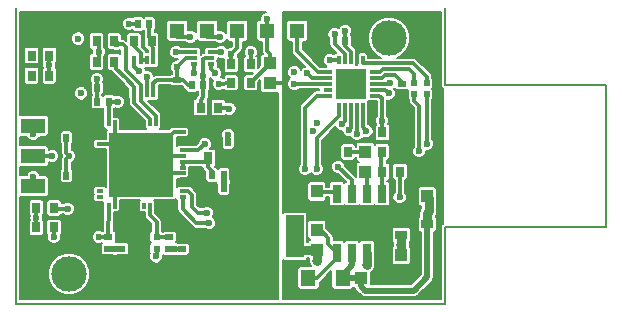
<source format=gtl>
G04 (created by PCBNEW (2013-05-16 BZR 4016)-stable) date 11. 1. 2014 1:24:09*
%MOIN*%
G04 Gerber Fmt 3.4, Leading zero omitted, Abs format*
%FSLAX34Y34*%
G01*
G70*
G90*
G04 APERTURE LIST*
%ADD10C,0.00590551*%
%ADD11R,0.0314961X0.0590551*%
%ADD12R,0.137795X0.102362*%
%ADD13R,0.0255906X0.0334646*%
%ADD14R,0.0433X0.0393*%
%ADD15R,0.0393X0.0433*%
%ADD16R,0.0590551X0.141732*%
%ADD17R,0.0394X0.0315*%
%ADD18R,0.0118X0.0196*%
%ADD19R,0.0196X0.0118*%
%ADD20R,0.212598X0.212598*%
%ADD21R,0.0314961X0.0393701*%
%ADD22R,0.05X0.05*%
%ADD23R,0.0217X0.0118*%
%ADD24R,0.023622X0.019685*%
%ADD25R,0.0275591X0.019685*%
%ADD26R,0.019685X0.0275591*%
%ADD27R,0.0275591X0.0354331*%
%ADD28R,0.0511811X0.0551181*%
%ADD29C,0.11811*%
%ADD30R,0.0787402X0.05*%
%ADD31R,0.019685X0.019685*%
%ADD32R,0.0984252X0.0984252*%
%ADD33R,0.0314961X0.011811*%
%ADD34R,0.011811X0.0314961*%
%ADD35R,0.011811X0.0315*%
%ADD36R,0.015748X0.0295276*%
%ADD37R,0.011811X0.0295276*%
%ADD38C,0.023622*%
%ADD39C,0.0314961*%
%ADD40C,0.019685*%
%ADD41C,0.011811*%
%ADD42C,0.019685*%
%ADD43C,0.0314961*%
%ADD44C,0.00787402*%
G04 APERTURE END LIST*
G54D10*
X20795Y-20510D02*
X20795Y-10667D01*
X35106Y-13206D02*
X35106Y-10667D01*
X40480Y-13206D02*
X35106Y-13206D01*
X35106Y-17970D02*
X35106Y-20510D01*
X40480Y-17970D02*
X35106Y-17970D01*
X40480Y-13206D02*
X40480Y-17970D01*
X35106Y-20510D02*
X20795Y-20510D01*
G54D11*
X31501Y-16848D03*
X31501Y-18817D03*
X32001Y-16848D03*
X32501Y-16848D03*
X33001Y-16848D03*
X32001Y-18817D03*
X32501Y-18817D03*
X33001Y-18817D03*
G54D12*
X32251Y-17832D03*
G54D13*
X27980Y-13147D03*
X28629Y-13147D03*
X27980Y-12537D03*
X28629Y-12537D03*
G54D14*
X32291Y-19650D03*
X32959Y-19650D03*
G54D15*
X30834Y-16770D03*
X30834Y-17438D03*
X30834Y-18050D03*
X30834Y-18718D03*
X32448Y-16119D03*
X32448Y-15451D03*
G54D14*
X29959Y-15330D03*
X29291Y-15330D03*
X29959Y-14410D03*
X29291Y-14410D03*
G54D16*
X30106Y-18265D03*
X29121Y-18265D03*
G54D15*
X34515Y-16926D03*
X34515Y-16258D03*
X33649Y-18896D03*
X33649Y-19564D03*
G54D17*
X34515Y-17852D03*
X33649Y-18227D03*
X33649Y-17477D03*
G54D18*
X26060Y-17251D03*
X25863Y-17251D03*
X25666Y-17251D03*
X25470Y-17251D03*
X25273Y-17251D03*
X25076Y-17251D03*
X24880Y-17251D03*
X24683Y-17251D03*
X24486Y-17251D03*
X24290Y-17251D03*
X24093Y-17251D03*
X23896Y-17251D03*
G54D19*
X23601Y-16956D03*
X23601Y-16759D03*
X23601Y-16562D03*
X23601Y-16366D03*
X23601Y-16169D03*
X23601Y-15972D03*
X23601Y-15776D03*
X23601Y-15579D03*
X23601Y-15382D03*
X23601Y-15186D03*
X23601Y-14989D03*
X23601Y-14792D03*
G54D18*
X23896Y-14497D03*
X24093Y-14497D03*
X24290Y-14497D03*
X24486Y-14497D03*
X24683Y-14497D03*
X24880Y-14497D03*
X25076Y-14497D03*
X25273Y-14497D03*
X25470Y-14497D03*
X25666Y-14497D03*
X25863Y-14497D03*
X26060Y-14497D03*
G54D19*
X26355Y-14792D03*
X26355Y-14989D03*
X26355Y-15186D03*
X26355Y-15382D03*
X26355Y-15579D03*
X26355Y-15776D03*
X26355Y-15972D03*
X26355Y-16169D03*
X26355Y-16366D03*
X26355Y-16562D03*
X26355Y-16759D03*
X26355Y-16956D03*
G54D20*
X24978Y-15874D03*
G54D15*
X29269Y-12498D03*
X29269Y-13166D03*
G54D21*
X27212Y-15667D03*
X27842Y-15667D03*
G54D22*
X29178Y-11415D03*
X28178Y-11415D03*
X27178Y-11415D03*
X30178Y-11415D03*
X26178Y-11415D03*
G54D23*
X27298Y-12124D03*
X27298Y-12321D03*
X27298Y-12518D03*
X26732Y-12518D03*
X26732Y-12321D03*
X26732Y-12124D03*
G54D24*
X25489Y-18689D03*
X25489Y-18295D03*
G54D25*
X33669Y-13571D03*
X33669Y-13177D03*
G54D26*
X32173Y-11769D03*
X31779Y-11769D03*
X27054Y-13226D03*
X26661Y-13226D03*
X24860Y-11189D03*
X25253Y-11189D03*
X27330Y-16218D03*
X27724Y-16218D03*
X22881Y-14978D03*
X22487Y-14978D03*
G54D25*
X24318Y-18285D03*
X24318Y-18679D03*
X26169Y-13443D03*
X26169Y-13049D03*
G54D26*
X23903Y-13320D03*
X23510Y-13320D03*
X27487Y-15116D03*
X27881Y-15116D03*
X22881Y-16238D03*
X22487Y-16238D03*
X27330Y-16651D03*
X27724Y-16651D03*
G54D25*
X26346Y-18295D03*
X26346Y-18689D03*
X25913Y-18295D03*
X25913Y-18689D03*
G54D26*
X23905Y-13777D03*
X23511Y-13777D03*
G54D25*
X23885Y-18285D03*
X23885Y-18679D03*
G54D27*
X21484Y-17321D03*
X22074Y-17321D03*
X21484Y-17970D03*
X22074Y-17970D03*
X26956Y-13974D03*
X27547Y-13974D03*
X33019Y-14801D03*
X33610Y-14801D03*
X25330Y-11760D03*
X24739Y-11760D03*
X23489Y-11760D03*
X24080Y-11760D03*
X23489Y-12460D03*
X24080Y-12460D03*
X21917Y-12911D03*
X21326Y-12911D03*
X31287Y-15451D03*
X31877Y-15451D03*
X33605Y-15448D03*
X33014Y-15448D03*
X33610Y-16110D03*
X33019Y-16110D03*
G54D28*
X30554Y-19650D03*
X31695Y-19650D03*
G54D27*
X21326Y-12242D03*
X21917Y-12242D03*
G54D29*
X33236Y-11651D03*
X22566Y-19525D03*
G54D30*
X21385Y-15588D03*
X21385Y-14584D03*
X21385Y-16592D03*
G54D31*
X34495Y-13167D03*
X34495Y-13521D03*
X34082Y-13167D03*
X34082Y-13521D03*
G54D32*
X31966Y-13177D03*
G54D33*
X31192Y-12783D03*
X31192Y-12980D03*
X31192Y-13177D03*
X31192Y-13374D03*
X31192Y-13571D03*
G54D34*
X31572Y-13951D03*
X31769Y-13951D03*
X31966Y-13951D03*
X32163Y-13951D03*
X32360Y-13951D03*
G54D33*
X32739Y-13571D03*
X32739Y-13374D03*
X32739Y-13177D03*
X32739Y-12980D03*
X32739Y-12783D03*
G54D35*
X32360Y-12403D03*
X32163Y-12403D03*
X31966Y-12403D03*
X31769Y-12403D03*
X31572Y-12403D03*
G54D36*
X25381Y-13472D03*
X24751Y-13472D03*
G54D37*
X24968Y-13472D03*
X25165Y-13472D03*
X25165Y-12390D03*
X24968Y-12390D03*
G54D36*
X24751Y-12390D03*
X25381Y-12390D03*
G54D38*
X27566Y-13187D03*
X27094Y-15195D03*
X28629Y-12124D03*
X31267Y-12399D03*
X34495Y-15175D03*
X34239Y-15431D03*
X27173Y-17478D03*
X30440Y-16021D03*
X27251Y-17832D03*
X30834Y-16021D03*
X26621Y-11612D03*
X33236Y-13502D03*
X27606Y-11612D03*
X33275Y-13147D03*
X22881Y-11671D03*
X31425Y-11533D03*
X22980Y-13502D03*
X30086Y-13187D03*
X30519Y-12832D03*
X31543Y-15943D03*
X30086Y-12793D03*
X30834Y-14486D03*
X27448Y-12832D03*
X31661Y-14525D03*
X30716Y-14762D03*
X27645Y-12124D03*
X32173Y-14860D03*
X24161Y-11848D03*
X26149Y-12124D03*
X22015Y-15588D03*
X22527Y-17340D03*
X31897Y-14722D03*
X22075Y-18292D03*
X32487Y-14762D03*
X21387Y-14860D03*
X32999Y-14407D03*
X27921Y-14014D03*
X29377Y-16769D03*
X33590Y-16966D03*
G54D39*
X34574Y-17419D03*
G54D38*
X30015Y-19750D03*
X24101Y-18680D03*
X21385Y-16297D03*
X23505Y-13030D03*
X22575Y-15590D03*
X33610Y-14486D03*
X26110Y-18689D03*
X21917Y-12557D03*
X32173Y-11415D03*
X33669Y-13777D03*
X27724Y-16454D03*
X24574Y-11179D03*
X26169Y-12636D03*
X27980Y-12202D03*
X27881Y-14880D03*
G54D40*
X32684Y-17537D03*
X32684Y-18088D03*
X32251Y-18088D03*
X31818Y-18088D03*
X31818Y-17537D03*
X32251Y-17537D03*
G54D38*
X21306Y-12931D03*
X21306Y-12262D03*
G54D39*
X30845Y-19080D03*
X32505Y-19210D03*
G54D38*
X26739Y-12832D03*
X25165Y-12951D03*
G54D40*
X25401Y-15884D03*
X25834Y-15884D03*
X25834Y-15451D03*
X25834Y-15017D03*
X25401Y-15017D03*
X25401Y-15451D03*
X24968Y-15884D03*
X24958Y-15874D03*
X25391Y-16307D03*
X25824Y-16307D03*
X25824Y-16740D03*
X25391Y-16740D03*
X24958Y-16740D03*
X24958Y-16307D03*
X24535Y-15884D03*
X24102Y-15884D03*
X24102Y-16317D03*
X24102Y-16750D03*
X24535Y-16750D03*
X24535Y-16317D03*
X24968Y-15884D03*
X24968Y-15884D03*
X24535Y-15451D03*
X24102Y-15451D03*
X24102Y-15017D03*
X24535Y-15017D03*
X24968Y-15017D03*
X24968Y-15451D03*
G54D38*
X23566Y-18286D03*
X24204Y-13779D03*
X23570Y-12110D03*
X29180Y-11021D03*
X21485Y-17650D03*
X31779Y-11415D03*
X25480Y-18935D03*
X27054Y-12911D03*
X24889Y-12754D03*
G54D39*
X33649Y-18541D03*
G54D41*
X27547Y-13177D02*
X27999Y-13167D01*
X27556Y-13177D02*
X27547Y-13177D01*
X27566Y-13187D02*
X27556Y-13177D01*
X27084Y-15204D02*
X27094Y-15195D01*
X26355Y-15382D02*
X26887Y-15382D01*
X26887Y-15382D02*
X27094Y-15175D01*
X28629Y-12537D02*
X28629Y-12124D01*
X31271Y-12403D02*
X31572Y-12403D01*
X31267Y-12399D02*
X31271Y-12403D01*
X34495Y-13521D02*
X34495Y-15175D01*
X34082Y-13758D02*
X34239Y-13915D01*
X34239Y-13915D02*
X34239Y-15431D01*
X34082Y-13758D02*
X34082Y-13521D01*
X26532Y-16759D02*
X26355Y-16759D01*
X26661Y-16888D02*
X26532Y-16759D01*
X26661Y-17281D02*
X26661Y-16888D01*
X26858Y-17478D02*
X26661Y-17281D01*
X27173Y-17478D02*
X26858Y-17478D01*
X30440Y-13974D02*
X30440Y-16021D01*
X30844Y-13571D02*
X30440Y-13974D01*
X31192Y-13571D02*
X30844Y-13571D01*
X26355Y-16956D02*
X26355Y-17369D01*
X31572Y-14260D02*
X31572Y-13951D01*
X30834Y-14998D02*
X30834Y-16021D01*
X31572Y-14260D02*
X30834Y-14998D01*
X26818Y-17832D02*
X27251Y-17832D01*
X26355Y-17369D02*
X26818Y-17832D01*
X32739Y-13374D02*
X33108Y-13374D01*
X26621Y-11612D02*
X26188Y-11612D01*
X33108Y-13374D02*
X33236Y-13502D01*
X32739Y-13177D02*
X33245Y-13177D01*
X27606Y-11612D02*
X27173Y-11612D01*
X33245Y-13177D02*
X33275Y-13147D01*
X31769Y-12193D02*
X31425Y-11848D01*
X31425Y-11848D02*
X31425Y-11533D01*
X31769Y-12193D02*
X31769Y-12403D01*
X30096Y-13177D02*
X30086Y-13187D01*
X30096Y-13177D02*
X31192Y-13177D01*
X30178Y-11415D02*
X30178Y-12098D01*
X30863Y-12783D02*
X31192Y-12783D01*
X30178Y-12098D02*
X30863Y-12783D01*
X32001Y-16401D02*
X31543Y-15943D01*
X32001Y-16848D02*
X32001Y-16401D01*
X31192Y-12996D02*
X31192Y-12980D01*
X30682Y-12996D02*
X31192Y-12996D01*
X30519Y-12832D02*
X30682Y-12996D01*
X31995Y-16788D02*
X32001Y-16782D01*
X31769Y-13951D02*
X31769Y-14417D01*
X31769Y-14417D02*
X31661Y-14525D01*
X27298Y-12518D02*
X27298Y-12682D01*
X27298Y-12682D02*
X27448Y-12832D01*
X31661Y-14525D02*
X31651Y-14515D01*
X27298Y-12124D02*
X27645Y-12124D01*
X27645Y-12124D02*
X27645Y-12124D01*
X32163Y-14850D02*
X32163Y-13951D01*
X32173Y-14860D02*
X32163Y-14850D01*
X24968Y-13472D02*
X24968Y-13743D01*
X25470Y-14245D02*
X25470Y-14497D01*
X24968Y-13743D02*
X25470Y-14245D01*
X26732Y-12124D02*
X26149Y-12124D01*
X24141Y-11868D02*
X24131Y-11868D01*
X24161Y-11848D02*
X24141Y-11868D01*
X26149Y-12124D02*
X26149Y-12124D01*
X24968Y-13472D02*
X24968Y-13226D01*
X24358Y-11868D02*
X24131Y-11868D01*
X24456Y-11966D02*
X24358Y-11868D01*
X24456Y-12714D02*
X24456Y-11966D01*
X24968Y-13226D02*
X24456Y-12714D01*
X24751Y-13472D02*
X24751Y-13816D01*
X25273Y-14338D02*
X25273Y-14497D01*
X24751Y-13816D02*
X25273Y-14338D01*
X24751Y-13472D02*
X24751Y-13285D01*
X24148Y-12681D02*
X24141Y-12360D01*
X24456Y-12990D02*
X24148Y-12681D01*
X24456Y-12990D02*
X24456Y-12990D01*
X24751Y-13285D02*
X24456Y-12990D01*
X24968Y-12390D02*
X25165Y-12390D01*
X24968Y-12390D02*
X24968Y-12163D01*
X24741Y-11937D02*
X24741Y-11710D01*
X24968Y-12163D02*
X24741Y-11937D01*
X22015Y-15588D02*
X21385Y-15588D01*
X22074Y-17340D02*
X22527Y-17340D01*
X31966Y-13951D02*
X31966Y-14653D01*
X31966Y-14653D02*
X31897Y-14722D01*
X22074Y-18291D02*
X22075Y-18292D01*
X22074Y-17970D02*
X22074Y-18291D01*
X21385Y-14584D02*
X21387Y-14586D01*
X32360Y-14634D02*
X32487Y-14762D01*
X32360Y-14634D02*
X32360Y-13951D01*
X21387Y-14860D02*
X21387Y-14586D01*
X32999Y-14407D02*
X32999Y-13659D01*
X32911Y-13571D02*
X32739Y-13571D01*
X32999Y-13659D02*
X32911Y-13571D01*
X27547Y-13974D02*
X27881Y-13974D01*
X33019Y-14427D02*
X33019Y-14801D01*
X32999Y-14407D02*
X33019Y-14427D01*
X27881Y-13974D02*
X27921Y-14014D01*
X29377Y-16769D02*
X29378Y-16769D01*
X29378Y-16514D02*
X29378Y-16769D01*
X29378Y-16769D02*
X29378Y-17045D01*
X33610Y-16120D02*
X33610Y-16947D01*
X33610Y-16947D02*
X33590Y-16966D01*
G54D42*
X32291Y-19650D02*
X32291Y-19926D01*
X34515Y-19624D02*
X34515Y-17852D01*
X34059Y-20080D02*
X34515Y-19624D01*
X32445Y-20080D02*
X34059Y-20080D01*
X32291Y-19926D02*
X32445Y-20080D01*
X31695Y-19650D02*
X31695Y-19539D01*
X32001Y-19233D02*
X32001Y-18817D01*
X31695Y-19539D02*
X32001Y-19233D01*
X31695Y-19650D02*
X32291Y-19650D01*
G54D43*
X34574Y-17419D02*
X34574Y-16985D01*
X34574Y-16985D02*
X34515Y-16926D01*
X34515Y-17478D02*
X34515Y-17852D01*
X34574Y-17419D02*
X34515Y-17478D01*
G54D41*
X24101Y-18680D02*
X24318Y-18680D01*
X24100Y-18679D02*
X24101Y-18680D01*
X23885Y-18679D02*
X24100Y-18679D01*
X24318Y-18680D02*
X24318Y-18679D01*
X21385Y-16592D02*
X21385Y-16297D01*
X21385Y-16297D02*
X21385Y-16297D01*
X23510Y-13320D02*
X23510Y-13776D01*
X23510Y-13776D02*
X23511Y-13777D01*
X23511Y-13384D02*
X23511Y-13036D01*
X23511Y-13036D02*
X23505Y-13030D01*
X22487Y-16238D02*
X22487Y-15677D01*
X22487Y-15502D02*
X22575Y-15590D01*
X22487Y-15502D02*
X22487Y-14978D01*
X22487Y-15677D02*
X22575Y-15590D01*
X29269Y-13166D02*
X29758Y-13166D01*
X29758Y-13166D02*
X29765Y-13160D01*
X33610Y-14801D02*
X33610Y-14486D01*
X25913Y-18689D02*
X26110Y-18689D01*
X26110Y-18689D02*
X26346Y-18689D01*
X21917Y-12911D02*
X21917Y-12557D01*
X21917Y-12557D02*
X21917Y-12242D01*
X32173Y-11769D02*
X32173Y-11415D01*
X33669Y-13571D02*
X33669Y-13777D01*
G54D42*
X27724Y-16218D02*
X27724Y-16454D01*
X27724Y-16454D02*
X27724Y-16651D01*
G54D41*
X25381Y-13472D02*
X25381Y-13167D01*
X25499Y-13049D02*
X26169Y-13049D01*
X25381Y-13167D02*
X25499Y-13049D01*
X32163Y-12403D02*
X32163Y-11779D01*
X32163Y-11779D02*
X32173Y-11769D01*
X24860Y-11189D02*
X24584Y-11189D01*
X24584Y-11189D02*
X24574Y-11179D01*
X26661Y-13226D02*
X26543Y-13226D01*
X26365Y-13049D02*
X26169Y-13049D01*
X26543Y-13226D02*
X26365Y-13049D01*
X26732Y-12321D02*
X26484Y-12321D01*
X26169Y-12636D02*
X26169Y-12991D01*
X26484Y-12321D02*
X26169Y-12636D01*
X28184Y-11435D02*
X28184Y-11998D01*
X28184Y-11998D02*
X27980Y-12202D01*
X27980Y-12202D02*
X27980Y-12537D01*
X27881Y-15116D02*
X27880Y-14881D01*
X27880Y-14881D02*
X27881Y-14880D01*
X32251Y-17832D02*
X32251Y-17537D01*
X32251Y-18088D02*
X32684Y-18088D01*
X31818Y-17537D02*
X31818Y-18088D01*
X21306Y-12931D02*
X21326Y-12911D01*
X32739Y-12783D02*
X32930Y-12783D01*
X34082Y-12852D02*
X34082Y-13167D01*
X33905Y-12675D02*
X34082Y-12852D01*
X33039Y-12675D02*
X33905Y-12675D01*
X32930Y-12783D02*
X33039Y-12675D01*
X34505Y-13157D02*
X34505Y-12960D01*
X34027Y-12482D02*
X32360Y-12482D01*
X34505Y-12960D02*
X34027Y-12482D01*
X30554Y-19650D02*
X30835Y-19650D01*
X31501Y-18983D02*
X31501Y-18817D01*
X30835Y-19650D02*
X31501Y-18983D01*
X30834Y-18050D02*
X30963Y-18050D01*
X30963Y-18050D02*
X31218Y-18305D01*
X31218Y-18305D02*
X31218Y-18533D01*
X31218Y-18533D02*
X31501Y-18817D01*
X32980Y-16120D02*
X32980Y-15529D01*
X33001Y-16782D02*
X33001Y-16141D01*
X33001Y-16141D02*
X32980Y-16120D01*
X31501Y-16782D02*
X30787Y-16782D01*
X30787Y-16782D02*
X30775Y-16770D01*
X32501Y-16782D02*
X32501Y-16172D01*
X32501Y-16172D02*
X32448Y-16119D01*
X31916Y-15451D02*
X32447Y-15451D01*
X32447Y-15451D02*
X32448Y-15451D01*
X25489Y-18295D02*
X25489Y-17774D01*
X25273Y-17558D02*
X25273Y-17251D01*
X25489Y-17774D02*
X25273Y-17558D01*
X25913Y-18295D02*
X25489Y-18295D01*
X26355Y-15972D02*
X26355Y-15776D01*
X27330Y-16218D02*
X27330Y-16085D01*
X27212Y-15967D02*
X27212Y-15667D01*
X27330Y-16085D02*
X27212Y-15967D01*
X27099Y-15780D02*
X27212Y-15667D01*
X26374Y-15780D02*
X27099Y-15780D01*
X21306Y-12262D02*
X21316Y-12271D01*
G54D43*
X30845Y-19080D02*
X30845Y-18728D01*
X32501Y-18817D02*
X32501Y-19206D01*
X32501Y-19206D02*
X32505Y-19210D01*
X30845Y-18728D02*
X30834Y-18718D01*
X30775Y-18718D02*
X30342Y-18718D01*
X30007Y-18382D02*
X30007Y-18187D01*
X30342Y-18718D02*
X30007Y-18382D01*
X30007Y-18187D02*
X30007Y-18187D01*
G54D41*
X25165Y-13472D02*
X25165Y-12951D01*
X26732Y-12825D02*
X26732Y-12518D01*
X26739Y-12832D02*
X26732Y-12825D01*
X25332Y-11710D02*
X25332Y-11937D01*
X25381Y-11986D02*
X25381Y-12390D01*
X25332Y-11937D02*
X25381Y-11986D01*
X25253Y-11189D02*
X25253Y-11632D01*
X25253Y-11632D02*
X25332Y-11710D01*
X26355Y-14792D02*
X26060Y-14792D01*
X26060Y-14792D02*
X24978Y-15874D01*
X23601Y-15186D02*
X24290Y-15186D01*
X24290Y-15186D02*
X24978Y-15874D01*
X24093Y-14497D02*
X24093Y-15008D01*
X24093Y-15008D02*
X24102Y-15017D01*
X26355Y-15579D02*
X25962Y-15579D01*
X25962Y-15579D02*
X25834Y-15451D01*
X26355Y-16169D02*
X25962Y-16169D01*
X25962Y-16169D02*
X25824Y-16307D01*
X24093Y-17251D02*
X24093Y-16759D01*
X24093Y-16759D02*
X24102Y-16750D01*
X25401Y-15884D02*
X24968Y-15884D01*
X25834Y-15884D02*
X25834Y-15451D01*
X25834Y-15017D02*
X25401Y-15017D01*
X25824Y-16740D02*
X25824Y-16307D01*
X24958Y-16740D02*
X25391Y-16740D01*
X24958Y-16307D02*
X24958Y-15874D01*
X24535Y-15884D02*
X24968Y-15884D01*
X24102Y-15884D02*
X24102Y-16317D01*
X24102Y-16750D02*
X24535Y-16750D01*
X24102Y-15017D02*
X24102Y-15451D01*
X24968Y-15017D02*
X24535Y-15017D01*
X24968Y-15451D02*
X24968Y-15884D01*
X33669Y-13177D02*
X33669Y-13108D01*
X33009Y-12980D02*
X32739Y-12980D01*
X33117Y-12872D02*
X33009Y-12980D01*
X33432Y-12872D02*
X33117Y-12872D01*
X33669Y-13108D02*
X33432Y-12872D01*
X23885Y-18285D02*
X23566Y-18285D01*
X23566Y-18285D02*
X23566Y-18286D01*
X23905Y-13777D02*
X24202Y-13777D01*
X24202Y-13777D02*
X24204Y-13779D01*
X29178Y-11415D02*
X29178Y-11023D01*
X29178Y-11023D02*
X29180Y-11021D01*
X29178Y-11848D02*
X29178Y-12082D01*
X29269Y-12173D02*
X29269Y-12498D01*
X29178Y-12082D02*
X29269Y-12173D01*
X28629Y-13147D02*
X28629Y-13138D01*
X28629Y-13138D02*
X29269Y-12498D01*
X21484Y-17281D02*
X21485Y-17650D01*
X21485Y-17650D02*
X21484Y-17990D01*
X23570Y-12419D02*
X23570Y-12110D01*
X23570Y-12110D02*
X23570Y-12045D01*
X23570Y-12045D02*
X23570Y-11710D01*
X23896Y-14497D02*
X23896Y-13786D01*
X23896Y-13786D02*
X23905Y-13777D01*
X31779Y-11769D02*
X31779Y-11415D01*
X25489Y-18689D02*
X25489Y-18925D01*
X25489Y-18925D02*
X25480Y-18935D01*
X31966Y-12403D02*
X31966Y-12114D01*
X31779Y-11927D02*
X31779Y-11769D01*
X31966Y-12114D02*
X31779Y-11927D01*
X24751Y-12390D02*
X24751Y-12616D01*
X24751Y-12616D02*
X24889Y-12754D01*
X27054Y-13226D02*
X27054Y-13620D01*
X26956Y-13718D02*
X26956Y-13974D01*
X27054Y-13620D02*
X26956Y-13718D01*
X27298Y-12321D02*
X27094Y-12321D01*
X27054Y-12360D02*
X27054Y-12911D01*
X27054Y-12911D02*
X27054Y-13226D01*
X27094Y-12321D02*
X27054Y-12360D01*
X29178Y-11415D02*
X29178Y-11848D01*
X23896Y-17251D02*
X23876Y-18255D01*
X23876Y-18255D02*
X23865Y-18265D01*
G54D43*
X33649Y-18227D02*
X33649Y-18541D01*
X33649Y-18541D02*
X33649Y-18896D01*
X33649Y-18896D02*
X33649Y-18896D01*
G54D10*
G36*
X29535Y-20362D02*
X28157Y-20362D01*
X28157Y-13967D01*
X28121Y-13880D01*
X28055Y-13813D01*
X27968Y-13777D01*
X27874Y-13777D01*
X27826Y-13797D01*
X27802Y-13797D01*
X27802Y-13774D01*
X27785Y-13730D01*
X27751Y-13697D01*
X27708Y-13679D01*
X27661Y-13679D01*
X27385Y-13679D01*
X27342Y-13697D01*
X27309Y-13730D01*
X27291Y-13773D01*
X27291Y-13820D01*
X27291Y-14175D01*
X27309Y-14218D01*
X27342Y-14251D01*
X27385Y-14269D01*
X27432Y-14269D01*
X27708Y-14269D01*
X27751Y-14251D01*
X27784Y-14218D01*
X27786Y-14213D01*
X27787Y-14214D01*
X27873Y-14250D01*
X27967Y-14250D01*
X28054Y-14214D01*
X28121Y-14147D01*
X28157Y-14061D01*
X28157Y-13967D01*
X28157Y-20362D01*
X28117Y-20362D01*
X28117Y-14833D01*
X28082Y-14746D01*
X28015Y-14680D01*
X27928Y-14643D01*
X27834Y-14643D01*
X27748Y-14679D01*
X27681Y-14746D01*
X27645Y-14832D01*
X27645Y-14926D01*
X27665Y-14974D01*
X27665Y-15001D01*
X27665Y-15277D01*
X27683Y-15320D01*
X27716Y-15354D01*
X27759Y-15372D01*
X27806Y-15372D01*
X28003Y-15372D01*
X28046Y-15354D01*
X28080Y-15321D01*
X28098Y-15277D01*
X28098Y-15230D01*
X28098Y-14974D01*
X28117Y-14927D01*
X28117Y-14833D01*
X28117Y-20362D01*
X23275Y-20362D01*
X23275Y-19385D01*
X23216Y-19242D01*
X23216Y-13455D01*
X23180Y-13368D01*
X23117Y-13305D01*
X23117Y-11624D01*
X23082Y-11537D01*
X23015Y-11471D01*
X22928Y-11435D01*
X22834Y-11435D01*
X22748Y-11471D01*
X22681Y-11537D01*
X22645Y-11624D01*
X22645Y-11718D01*
X22681Y-11805D01*
X22747Y-11871D01*
X22834Y-11907D01*
X22928Y-11907D01*
X23015Y-11871D01*
X23081Y-11805D01*
X23117Y-11718D01*
X23117Y-11624D01*
X23117Y-13305D01*
X23114Y-13302D01*
X23027Y-13266D01*
X22933Y-13265D01*
X22846Y-13301D01*
X22779Y-13368D01*
X22743Y-13455D01*
X22743Y-13548D01*
X22779Y-13635D01*
X22846Y-13702D01*
X22932Y-13738D01*
X23026Y-13738D01*
X23113Y-13702D01*
X23180Y-13636D01*
X23216Y-13549D01*
X23216Y-13455D01*
X23216Y-19242D01*
X23167Y-19124D01*
X22968Y-18925D01*
X22811Y-18860D01*
X22811Y-15543D01*
X22775Y-15456D01*
X22708Y-15389D01*
X22665Y-15371D01*
X22665Y-15204D01*
X22686Y-15183D01*
X22704Y-15139D01*
X22704Y-15092D01*
X22704Y-14817D01*
X22686Y-14773D01*
X22653Y-14740D01*
X22610Y-14722D01*
X22563Y-14722D01*
X22366Y-14722D01*
X22322Y-14740D01*
X22289Y-14773D01*
X22271Y-14817D01*
X22271Y-14864D01*
X22271Y-15139D01*
X22289Y-15183D01*
X22310Y-15204D01*
X22310Y-15502D01*
X22324Y-15570D01*
X22337Y-15590D01*
X22324Y-15609D01*
X22310Y-15677D01*
X22310Y-16012D01*
X22289Y-16033D01*
X22271Y-16077D01*
X22271Y-16124D01*
X22271Y-16399D01*
X22289Y-16443D01*
X22322Y-16476D01*
X22365Y-16494D01*
X22412Y-16494D01*
X22609Y-16494D01*
X22653Y-16476D01*
X22686Y-16443D01*
X22704Y-16399D01*
X22704Y-16352D01*
X22704Y-16077D01*
X22686Y-16033D01*
X22665Y-16012D01*
X22665Y-15808D01*
X22708Y-15790D01*
X22775Y-15723D01*
X22811Y-15637D01*
X22811Y-15543D01*
X22811Y-18860D01*
X22763Y-18840D01*
X22763Y-17294D01*
X22727Y-17207D01*
X22661Y-17140D01*
X22574Y-17104D01*
X22480Y-17104D01*
X22393Y-17140D01*
X22370Y-17163D01*
X22330Y-17163D01*
X22330Y-17120D01*
X22312Y-17077D01*
X22279Y-17043D01*
X22235Y-17025D01*
X22189Y-17025D01*
X21913Y-17025D01*
X21869Y-17043D01*
X21836Y-17076D01*
X21818Y-17120D01*
X21818Y-17167D01*
X21818Y-17521D01*
X21836Y-17565D01*
X21869Y-17598D01*
X21913Y-17616D01*
X21960Y-17616D01*
X22235Y-17616D01*
X22279Y-17598D01*
X22312Y-17565D01*
X22330Y-17521D01*
X22330Y-17517D01*
X22370Y-17517D01*
X22393Y-17540D01*
X22480Y-17576D01*
X22574Y-17577D01*
X22660Y-17541D01*
X22727Y-17474D01*
X22763Y-17387D01*
X22763Y-17294D01*
X22763Y-18840D01*
X22708Y-18817D01*
X22426Y-18817D01*
X22330Y-18856D01*
X22330Y-18124D01*
X22330Y-17770D01*
X22312Y-17726D01*
X22279Y-17693D01*
X22235Y-17675D01*
X22189Y-17675D01*
X21913Y-17675D01*
X21869Y-17693D01*
X21836Y-17726D01*
X21818Y-17769D01*
X21818Y-17816D01*
X21818Y-18171D01*
X21836Y-18214D01*
X21847Y-18225D01*
X21838Y-18244D01*
X21838Y-18338D01*
X21874Y-18425D01*
X21941Y-18492D01*
X22027Y-18528D01*
X22121Y-18528D01*
X22208Y-18492D01*
X22275Y-18425D01*
X22311Y-18339D01*
X22311Y-18245D01*
X22302Y-18224D01*
X22312Y-18214D01*
X22330Y-18171D01*
X22330Y-18124D01*
X22330Y-18856D01*
X22165Y-18924D01*
X21966Y-19123D01*
X21858Y-19384D01*
X21857Y-19666D01*
X21965Y-19926D01*
X22164Y-20126D01*
X22425Y-20234D01*
X22707Y-20234D01*
X22967Y-20126D01*
X23167Y-19927D01*
X23275Y-19667D01*
X23275Y-19385D01*
X23275Y-20362D01*
X21739Y-20362D01*
X21739Y-18124D01*
X21739Y-17770D01*
X21722Y-17726D01*
X21712Y-17717D01*
X21721Y-17697D01*
X21721Y-17603D01*
X21710Y-17576D01*
X21721Y-17565D01*
X21739Y-17521D01*
X21739Y-17474D01*
X21739Y-17120D01*
X21722Y-17077D01*
X21688Y-17043D01*
X21645Y-17025D01*
X21598Y-17025D01*
X21322Y-17025D01*
X21279Y-17043D01*
X21246Y-17076D01*
X21228Y-17120D01*
X21228Y-17167D01*
X21228Y-17521D01*
X21246Y-17565D01*
X21259Y-17578D01*
X21248Y-17602D01*
X21248Y-17696D01*
X21256Y-17716D01*
X21246Y-17726D01*
X21228Y-17769D01*
X21228Y-17816D01*
X21228Y-18171D01*
X21246Y-18214D01*
X21279Y-18247D01*
X21322Y-18265D01*
X21369Y-18266D01*
X21645Y-18266D01*
X21688Y-18248D01*
X21721Y-18214D01*
X21739Y-18171D01*
X21739Y-18124D01*
X21739Y-20362D01*
X20942Y-20362D01*
X20942Y-16950D01*
X20968Y-16960D01*
X21015Y-16960D01*
X21802Y-16960D01*
X21846Y-16942D01*
X21879Y-16909D01*
X21897Y-16866D01*
X21897Y-16819D01*
X21897Y-16319D01*
X21879Y-16275D01*
X21846Y-16242D01*
X21802Y-16224D01*
X21755Y-16224D01*
X21610Y-16224D01*
X21585Y-16163D01*
X21518Y-16096D01*
X21432Y-16060D01*
X21338Y-16060D01*
X21251Y-16096D01*
X21184Y-16163D01*
X21159Y-16224D01*
X20968Y-16224D01*
X20942Y-16235D01*
X20942Y-15946D01*
X20968Y-15956D01*
X21015Y-15956D01*
X21802Y-15956D01*
X21846Y-15939D01*
X21879Y-15905D01*
X21897Y-15862D01*
X21897Y-15815D01*
X21897Y-15795D01*
X21968Y-15824D01*
X22062Y-15825D01*
X22149Y-15789D01*
X22215Y-15722D01*
X22251Y-15636D01*
X22251Y-15542D01*
X22215Y-15455D01*
X22173Y-15412D01*
X22173Y-13065D01*
X22173Y-12711D01*
X22155Y-12667D01*
X22135Y-12647D01*
X22153Y-12604D01*
X22153Y-12510D01*
X22146Y-12494D01*
X22154Y-12486D01*
X22173Y-12443D01*
X22173Y-12396D01*
X22173Y-12041D01*
X22155Y-11998D01*
X22121Y-11965D01*
X22078Y-11947D01*
X22031Y-11947D01*
X21755Y-11947D01*
X21712Y-11965D01*
X21679Y-11998D01*
X21661Y-12041D01*
X21661Y-12088D01*
X21661Y-12442D01*
X21679Y-12486D01*
X21687Y-12494D01*
X21680Y-12510D01*
X21680Y-12604D01*
X21698Y-12647D01*
X21679Y-12667D01*
X21661Y-12710D01*
X21661Y-12757D01*
X21661Y-13112D01*
X21679Y-13155D01*
X21712Y-13188D01*
X21755Y-13206D01*
X21802Y-13206D01*
X22078Y-13206D01*
X22121Y-13189D01*
X22154Y-13155D01*
X22173Y-13112D01*
X22173Y-13065D01*
X22173Y-15412D01*
X22149Y-15388D01*
X22062Y-15352D01*
X21968Y-15352D01*
X21897Y-15382D01*
X21897Y-15315D01*
X21879Y-15272D01*
X21846Y-15238D01*
X21802Y-15220D01*
X21755Y-15220D01*
X20968Y-15220D01*
X20942Y-15231D01*
X20942Y-14942D01*
X20968Y-14952D01*
X21015Y-14953D01*
X21169Y-14953D01*
X21186Y-14993D01*
X21253Y-15060D01*
X21339Y-15096D01*
X21433Y-15096D01*
X21520Y-15060D01*
X21587Y-14993D01*
X21604Y-14953D01*
X21802Y-14953D01*
X21846Y-14935D01*
X21879Y-14901D01*
X21897Y-14858D01*
X21897Y-14811D01*
X21897Y-14311D01*
X21879Y-14268D01*
X21846Y-14234D01*
X21802Y-14216D01*
X21755Y-14216D01*
X21582Y-14216D01*
X21582Y-13065D01*
X21582Y-12711D01*
X21582Y-12396D01*
X21582Y-12041D01*
X21564Y-11998D01*
X21531Y-11965D01*
X21487Y-11947D01*
X21440Y-11947D01*
X21165Y-11947D01*
X21121Y-11965D01*
X21088Y-11998D01*
X21070Y-12041D01*
X21070Y-12088D01*
X21070Y-12285D01*
X21070Y-12308D01*
X21070Y-12308D01*
X21070Y-12442D01*
X21088Y-12486D01*
X21121Y-12519D01*
X21165Y-12537D01*
X21212Y-12537D01*
X21487Y-12537D01*
X21531Y-12519D01*
X21564Y-12486D01*
X21582Y-12443D01*
X21582Y-12396D01*
X21582Y-12711D01*
X21564Y-12667D01*
X21531Y-12634D01*
X21487Y-12616D01*
X21440Y-12616D01*
X21165Y-12616D01*
X21121Y-12634D01*
X21088Y-12667D01*
X21070Y-12710D01*
X21070Y-12757D01*
X21070Y-12954D01*
X21070Y-12978D01*
X21070Y-12978D01*
X21070Y-13112D01*
X21088Y-13155D01*
X21121Y-13188D01*
X21165Y-13206D01*
X21212Y-13206D01*
X21487Y-13206D01*
X21531Y-13189D01*
X21564Y-13155D01*
X21582Y-13112D01*
X21582Y-13065D01*
X21582Y-14216D01*
X20968Y-14216D01*
X20942Y-14227D01*
X20942Y-10785D01*
X29134Y-10785D01*
X29047Y-10821D01*
X28980Y-10887D01*
X28944Y-10974D01*
X28944Y-11047D01*
X28905Y-11047D01*
X28862Y-11065D01*
X28828Y-11098D01*
X28810Y-11141D01*
X28810Y-11188D01*
X28810Y-11688D01*
X28828Y-11732D01*
X28861Y-11765D01*
X28905Y-11783D01*
X28952Y-11783D01*
X29001Y-11783D01*
X29001Y-11848D01*
X29001Y-12082D01*
X29015Y-12150D01*
X29029Y-12172D01*
X29029Y-12172D01*
X29006Y-12182D01*
X28972Y-12215D01*
X28954Y-12258D01*
X28954Y-12305D01*
X28954Y-12562D01*
X28875Y-12642D01*
X28875Y-12346D01*
X28857Y-12303D01*
X28824Y-12270D01*
X28819Y-12268D01*
X28829Y-12258D01*
X28865Y-12171D01*
X28865Y-12077D01*
X28830Y-11990D01*
X28763Y-11924D01*
X28676Y-11888D01*
X28582Y-11887D01*
X28547Y-11902D01*
X28547Y-11642D01*
X28547Y-11142D01*
X28529Y-11098D01*
X28495Y-11065D01*
X28452Y-11047D01*
X28405Y-11047D01*
X27905Y-11047D01*
X27862Y-11065D01*
X27828Y-11098D01*
X27810Y-11141D01*
X27810Y-11188D01*
X27810Y-11489D01*
X27806Y-11478D01*
X27740Y-11412D01*
X27653Y-11376D01*
X27559Y-11376D01*
X27547Y-11381D01*
X27547Y-11142D01*
X27529Y-11098D01*
X27495Y-11065D01*
X27452Y-11047D01*
X27405Y-11047D01*
X26905Y-11047D01*
X26862Y-11065D01*
X26828Y-11098D01*
X26810Y-11141D01*
X26810Y-11188D01*
X26810Y-11467D01*
X26755Y-11412D01*
X26669Y-11376D01*
X26575Y-11376D01*
X26547Y-11387D01*
X26547Y-11142D01*
X26529Y-11098D01*
X26495Y-11065D01*
X26452Y-11047D01*
X26405Y-11047D01*
X25905Y-11047D01*
X25862Y-11065D01*
X25828Y-11098D01*
X25810Y-11141D01*
X25810Y-11188D01*
X25810Y-11688D01*
X25828Y-11732D01*
X25861Y-11765D01*
X25905Y-11783D01*
X25952Y-11783D01*
X26159Y-11783D01*
X26188Y-11789D01*
X26464Y-11789D01*
X26487Y-11812D01*
X26574Y-11848D01*
X26668Y-11848D01*
X26755Y-11812D01*
X26821Y-11746D01*
X26828Y-11731D01*
X26828Y-11732D01*
X26861Y-11765D01*
X26905Y-11783D01*
X26952Y-11783D01*
X27143Y-11783D01*
X27173Y-11789D01*
X27449Y-11789D01*
X27472Y-11812D01*
X27558Y-11848D01*
X27652Y-11848D01*
X27739Y-11812D01*
X27806Y-11746D01*
X27820Y-11712D01*
X27828Y-11732D01*
X27861Y-11765D01*
X27905Y-11783D01*
X27952Y-11783D01*
X28007Y-11783D01*
X28007Y-11924D01*
X27965Y-11966D01*
X27933Y-11966D01*
X27850Y-12001D01*
X27845Y-11990D01*
X27779Y-11924D01*
X27692Y-11888D01*
X27598Y-11887D01*
X27511Y-11923D01*
X27488Y-11946D01*
X27298Y-11946D01*
X27298Y-11946D01*
X27166Y-11946D01*
X27123Y-11964D01*
X27089Y-11998D01*
X27071Y-12041D01*
X27071Y-12088D01*
X27071Y-12148D01*
X27026Y-12157D01*
X26969Y-12195D01*
X26959Y-12205D01*
X26959Y-12159D01*
X26959Y-12041D01*
X26941Y-11998D01*
X26908Y-11965D01*
X26864Y-11947D01*
X26817Y-11946D01*
X26732Y-11946D01*
X26732Y-11946D01*
X26306Y-11946D01*
X26283Y-11924D01*
X26196Y-11888D01*
X26102Y-11887D01*
X26015Y-11923D01*
X25949Y-11990D01*
X25913Y-12077D01*
X25913Y-12171D01*
X25949Y-12257D01*
X26015Y-12324D01*
X26102Y-12360D01*
X26194Y-12360D01*
X26154Y-12399D01*
X26122Y-12399D01*
X26035Y-12435D01*
X25968Y-12502D01*
X25932Y-12588D01*
X25932Y-12682D01*
X25968Y-12769D01*
X25991Y-12792D01*
X25991Y-12839D01*
X25964Y-12850D01*
X25942Y-12872D01*
X25499Y-12872D01*
X25432Y-12885D01*
X25401Y-12906D01*
X25401Y-12904D01*
X25365Y-12817D01*
X25299Y-12750D01*
X25212Y-12714D01*
X25125Y-12714D01*
X25125Y-12707D01*
X25104Y-12655D01*
X25129Y-12655D01*
X25247Y-12655D01*
X25263Y-12649D01*
X25279Y-12655D01*
X25326Y-12655D01*
X25483Y-12655D01*
X25527Y-12637D01*
X25560Y-12604D01*
X25578Y-12561D01*
X25578Y-12514D01*
X25578Y-12218D01*
X25560Y-12175D01*
X25558Y-12173D01*
X25558Y-12013D01*
X25568Y-12004D01*
X25586Y-11960D01*
X25586Y-11913D01*
X25586Y-11559D01*
X25568Y-11516D01*
X25535Y-11482D01*
X25491Y-11464D01*
X25444Y-11464D01*
X25430Y-11464D01*
X25430Y-11415D01*
X25452Y-11393D01*
X25470Y-11350D01*
X25470Y-11303D01*
X25470Y-11028D01*
X25452Y-10984D01*
X25419Y-10951D01*
X25375Y-10933D01*
X25328Y-10933D01*
X25131Y-10933D01*
X25088Y-10951D01*
X25056Y-10982D01*
X25025Y-10951D01*
X24982Y-10933D01*
X24935Y-10933D01*
X24738Y-10933D01*
X24694Y-10951D01*
X24679Y-10966D01*
X24621Y-10943D01*
X24527Y-10943D01*
X24440Y-10978D01*
X24374Y-11045D01*
X24338Y-11132D01*
X24338Y-11226D01*
X24374Y-11313D01*
X24440Y-11379D01*
X24527Y-11415D01*
X24621Y-11415D01*
X24665Y-11397D01*
X24694Y-11427D01*
X24738Y-11445D01*
X24785Y-11445D01*
X24981Y-11445D01*
X25025Y-11427D01*
X25056Y-11395D01*
X25076Y-11415D01*
X25076Y-11553D01*
X25074Y-11559D01*
X25074Y-11606D01*
X25074Y-11960D01*
X25092Y-12003D01*
X25125Y-12037D01*
X25168Y-12055D01*
X25202Y-12055D01*
X25204Y-12058D01*
X25204Y-12124D01*
X25200Y-12124D01*
X25137Y-12124D01*
X25131Y-12095D01*
X25093Y-12038D01*
X25093Y-12038D01*
X24995Y-11940D01*
X24995Y-11913D01*
X24995Y-11559D01*
X24977Y-11516D01*
X24944Y-11482D01*
X24901Y-11464D01*
X24854Y-11464D01*
X24578Y-11464D01*
X24535Y-11482D01*
X24501Y-11515D01*
X24483Y-11559D01*
X24483Y-11606D01*
X24483Y-11743D01*
X24483Y-11743D01*
X24425Y-11704D01*
X24358Y-11691D01*
X24337Y-11691D01*
X24336Y-11689D01*
X24336Y-11559D01*
X24318Y-11516D01*
X24285Y-11482D01*
X24241Y-11464D01*
X24194Y-11464D01*
X23919Y-11464D01*
X23875Y-11482D01*
X23842Y-11515D01*
X23824Y-11559D01*
X23824Y-11606D01*
X23824Y-11960D01*
X23842Y-12003D01*
X23875Y-12037D01*
X23918Y-12055D01*
X23965Y-12055D01*
X24042Y-12055D01*
X24114Y-12084D01*
X24208Y-12084D01*
X24279Y-12055D01*
X24279Y-12180D01*
X24241Y-12164D01*
X24194Y-12164D01*
X23919Y-12164D01*
X23875Y-12182D01*
X23842Y-12215D01*
X23824Y-12259D01*
X23824Y-12306D01*
X23824Y-12660D01*
X23842Y-12703D01*
X23875Y-12737D01*
X23918Y-12755D01*
X23965Y-12755D01*
X23987Y-12755D01*
X24000Y-12774D01*
X24022Y-12807D01*
X24331Y-13115D01*
X24554Y-13339D01*
X24554Y-13348D01*
X24554Y-13643D01*
X24572Y-13687D01*
X24574Y-13688D01*
X24574Y-13816D01*
X24588Y-13884D01*
X24626Y-13942D01*
X25095Y-14411D01*
X25095Y-14497D01*
X25096Y-14497D01*
X25096Y-14618D01*
X25113Y-14662D01*
X25144Y-14693D01*
X24270Y-14693D01*
X24270Y-14497D01*
X24270Y-14497D01*
X24270Y-14375D01*
X24252Y-14332D01*
X24219Y-14299D01*
X24175Y-14281D01*
X24128Y-14281D01*
X24073Y-14281D01*
X24073Y-14013D01*
X24096Y-13990D01*
X24156Y-14015D01*
X24250Y-14015D01*
X24337Y-13979D01*
X24404Y-13912D01*
X24440Y-13826D01*
X24440Y-13732D01*
X24404Y-13645D01*
X24337Y-13578D01*
X24251Y-13542D01*
X24157Y-13542D01*
X24097Y-13567D01*
X24070Y-13539D01*
X24027Y-13521D01*
X23980Y-13521D01*
X23806Y-13521D01*
X23806Y-12063D01*
X23771Y-11976D01*
X23747Y-11953D01*
X23747Y-11710D01*
X23745Y-11699D01*
X23745Y-11559D01*
X23727Y-11516D01*
X23694Y-11482D01*
X23651Y-11464D01*
X23604Y-11464D01*
X23328Y-11464D01*
X23285Y-11482D01*
X23251Y-11515D01*
X23233Y-11559D01*
X23233Y-11606D01*
X23233Y-11960D01*
X23251Y-12003D01*
X23284Y-12037D01*
X23328Y-12055D01*
X23337Y-12055D01*
X23334Y-12062D01*
X23334Y-12156D01*
X23337Y-12164D01*
X23328Y-12164D01*
X23285Y-12182D01*
X23251Y-12215D01*
X23233Y-12259D01*
X23233Y-12306D01*
X23233Y-12660D01*
X23251Y-12703D01*
X23284Y-12737D01*
X23328Y-12755D01*
X23375Y-12755D01*
X23650Y-12755D01*
X23694Y-12737D01*
X23727Y-12704D01*
X23745Y-12660D01*
X23745Y-12613D01*
X23745Y-12430D01*
X23747Y-12419D01*
X23747Y-12266D01*
X23770Y-12243D01*
X23806Y-12157D01*
X23806Y-12063D01*
X23806Y-13521D01*
X23783Y-13521D01*
X23740Y-13539D01*
X23708Y-13571D01*
X23687Y-13550D01*
X23687Y-13546D01*
X23708Y-13524D01*
X23726Y-13481D01*
X23726Y-13434D01*
X23726Y-13158D01*
X23717Y-13135D01*
X23741Y-13077D01*
X23741Y-12983D01*
X23705Y-12896D01*
X23638Y-12829D01*
X23552Y-12793D01*
X23458Y-12793D01*
X23371Y-12829D01*
X23304Y-12896D01*
X23268Y-12982D01*
X23268Y-13076D01*
X23298Y-13147D01*
X23293Y-13158D01*
X23293Y-13205D01*
X23293Y-13481D01*
X23311Y-13524D01*
X23332Y-13546D01*
X23332Y-13553D01*
X23313Y-13573D01*
X23295Y-13616D01*
X23295Y-13663D01*
X23295Y-13938D01*
X23313Y-13982D01*
X23346Y-14015D01*
X23389Y-14033D01*
X23436Y-14033D01*
X23633Y-14033D01*
X23676Y-14015D01*
X23708Y-13984D01*
X23718Y-13994D01*
X23718Y-14497D01*
X23719Y-14497D01*
X23719Y-14618D01*
X23736Y-14662D01*
X23770Y-14695D01*
X23813Y-14713D01*
X23846Y-14713D01*
X23815Y-14744D01*
X23797Y-14787D01*
X23797Y-14834D01*
X23797Y-15009D01*
X23601Y-15009D01*
X23600Y-15009D01*
X23479Y-15009D01*
X23436Y-15027D01*
X23403Y-15060D01*
X23385Y-15103D01*
X23385Y-15150D01*
X23385Y-15268D01*
X23402Y-15312D01*
X23436Y-15345D01*
X23479Y-15363D01*
X23526Y-15363D01*
X23600Y-15363D01*
X23601Y-15363D01*
X23797Y-15363D01*
X23797Y-16631D01*
X23766Y-16600D01*
X23722Y-16582D01*
X23675Y-16582D01*
X23479Y-16582D01*
X23436Y-16600D01*
X23403Y-16633D01*
X23385Y-16676D01*
X23385Y-16723D01*
X23385Y-16841D01*
X23391Y-16857D01*
X23385Y-16873D01*
X23385Y-16920D01*
X23385Y-17038D01*
X23402Y-17082D01*
X23436Y-17115D01*
X23479Y-17133D01*
X23526Y-17133D01*
X23719Y-17133D01*
X23719Y-17176D01*
X23719Y-17245D01*
X23718Y-17247D01*
X23702Y-18078D01*
X23691Y-18082D01*
X23613Y-18049D01*
X23519Y-18049D01*
X23432Y-18085D01*
X23365Y-18152D01*
X23329Y-18238D01*
X23329Y-18332D01*
X23365Y-18419D01*
X23432Y-18486D01*
X23518Y-18522D01*
X23612Y-18522D01*
X23658Y-18503D01*
X23647Y-18513D01*
X23629Y-18557D01*
X23629Y-18604D01*
X23629Y-18801D01*
X23647Y-18844D01*
X23680Y-18877D01*
X23724Y-18895D01*
X23771Y-18895D01*
X24005Y-18895D01*
X24053Y-18916D01*
X24147Y-18916D01*
X24197Y-18895D01*
X24204Y-18895D01*
X24479Y-18895D01*
X24523Y-18877D01*
X24556Y-18844D01*
X24574Y-18801D01*
X24574Y-18754D01*
X24574Y-18557D01*
X24556Y-18514D01*
X24523Y-18480D01*
X24480Y-18462D01*
X24433Y-18462D01*
X24193Y-18462D01*
X24148Y-18443D01*
X24126Y-18443D01*
X24141Y-18407D01*
X24141Y-18360D01*
X24141Y-18163D01*
X24123Y-18120D01*
X24090Y-18087D01*
X24057Y-18073D01*
X24068Y-17467D01*
X24175Y-17467D01*
X24218Y-17449D01*
X24252Y-17416D01*
X24270Y-17372D01*
X24270Y-17325D01*
X24270Y-17251D01*
X24270Y-17251D01*
X24270Y-17055D01*
X24948Y-17055D01*
X24917Y-17086D01*
X24899Y-17129D01*
X24899Y-17176D01*
X24899Y-17372D01*
X24916Y-17416D01*
X24950Y-17449D01*
X24993Y-17467D01*
X25040Y-17467D01*
X25095Y-17467D01*
X25095Y-17558D01*
X25109Y-17625D01*
X25147Y-17683D01*
X25312Y-17848D01*
X25312Y-18093D01*
X25305Y-18096D01*
X25271Y-18130D01*
X25253Y-18173D01*
X25253Y-18220D01*
X25253Y-18417D01*
X25271Y-18460D01*
X25303Y-18492D01*
X25271Y-18523D01*
X25253Y-18567D01*
X25253Y-18614D01*
X25253Y-18811D01*
X25264Y-18837D01*
X25243Y-18888D01*
X25243Y-18982D01*
X25279Y-19068D01*
X25346Y-19135D01*
X25432Y-19171D01*
X25526Y-19171D01*
X25613Y-19135D01*
X25680Y-19069D01*
X25716Y-18982D01*
X25716Y-18891D01*
X25751Y-18905D01*
X25798Y-18905D01*
X26015Y-18905D01*
X26062Y-18925D01*
X26156Y-18925D01*
X26204Y-18905D01*
X26231Y-18905D01*
X26507Y-18905D01*
X26550Y-18887D01*
X26584Y-18854D01*
X26602Y-18811D01*
X26602Y-18764D01*
X26602Y-18567D01*
X26584Y-18523D01*
X26551Y-18490D01*
X26507Y-18472D01*
X26460Y-18472D01*
X26204Y-18472D01*
X26157Y-18453D01*
X26154Y-18453D01*
X26169Y-18417D01*
X26169Y-18370D01*
X26169Y-18173D01*
X26151Y-18130D01*
X26117Y-18097D01*
X26074Y-18078D01*
X26027Y-18078D01*
X25752Y-18078D01*
X25708Y-18096D01*
X25691Y-18113D01*
X25675Y-18097D01*
X25667Y-18093D01*
X25667Y-17774D01*
X25653Y-17707D01*
X25615Y-17649D01*
X25450Y-17484D01*
X25450Y-17251D01*
X25450Y-17251D01*
X25450Y-17129D01*
X25432Y-17086D01*
X25401Y-17055D01*
X26064Y-17055D01*
X26107Y-17037D01*
X26139Y-17006D01*
X26139Y-17038D01*
X26156Y-17082D01*
X26177Y-17103D01*
X26177Y-17369D01*
X26191Y-17437D01*
X26229Y-17494D01*
X26693Y-17958D01*
X26750Y-17996D01*
X26818Y-18010D01*
X27094Y-18010D01*
X27117Y-18033D01*
X27204Y-18069D01*
X27298Y-18069D01*
X27385Y-18033D01*
X27451Y-17966D01*
X27487Y-17880D01*
X27488Y-17786D01*
X27452Y-17699D01*
X27385Y-17632D01*
X27362Y-17623D01*
X27373Y-17612D01*
X27409Y-17525D01*
X27409Y-17431D01*
X27373Y-17344D01*
X27307Y-17278D01*
X27220Y-17242D01*
X27126Y-17242D01*
X27039Y-17278D01*
X27016Y-17301D01*
X26931Y-17301D01*
X26838Y-17208D01*
X26838Y-16888D01*
X26824Y-16820D01*
X26786Y-16762D01*
X26657Y-16633D01*
X26600Y-16595D01*
X26532Y-16582D01*
X26355Y-16582D01*
X26354Y-16582D01*
X26233Y-16582D01*
X26190Y-16600D01*
X26159Y-16631D01*
X26159Y-16346D01*
X26355Y-16346D01*
X26355Y-16346D01*
X26476Y-16346D01*
X26519Y-16328D01*
X26553Y-16295D01*
X26571Y-16251D01*
X26571Y-16204D01*
X26571Y-16086D01*
X26564Y-16070D01*
X26571Y-16054D01*
X26571Y-16007D01*
X26571Y-15957D01*
X26980Y-15957D01*
X26987Y-15964D01*
X27031Y-15982D01*
X27038Y-15982D01*
X27048Y-16035D01*
X27087Y-16092D01*
X27113Y-16119D01*
X27113Y-16379D01*
X27131Y-16423D01*
X27165Y-16456D01*
X27208Y-16474D01*
X27255Y-16474D01*
X27452Y-16474D01*
X27487Y-16459D01*
X27487Y-16501D01*
X27507Y-16549D01*
X27507Y-16812D01*
X27525Y-16856D01*
X27558Y-16889D01*
X27602Y-16907D01*
X27649Y-16907D01*
X27846Y-16907D01*
X27889Y-16889D01*
X27922Y-16856D01*
X27940Y-16813D01*
X27940Y-16766D01*
X27940Y-16549D01*
X27960Y-16502D01*
X27960Y-16408D01*
X27940Y-16360D01*
X27940Y-16356D01*
X27940Y-16333D01*
X27940Y-16057D01*
X27922Y-16014D01*
X27889Y-15980D01*
X27846Y-15962D01*
X27799Y-15962D01*
X27602Y-15962D01*
X27558Y-15980D01*
X27527Y-16012D01*
X27495Y-15980D01*
X27459Y-15965D01*
X27455Y-15960D01*
X27448Y-15952D01*
X27469Y-15931D01*
X27487Y-15888D01*
X27488Y-15841D01*
X27488Y-15447D01*
X27470Y-15403D01*
X27436Y-15370D01*
X27393Y-15352D01*
X27346Y-15352D01*
X27270Y-15352D01*
X27294Y-15329D01*
X27330Y-15242D01*
X27330Y-15148D01*
X27294Y-15061D01*
X27228Y-14994D01*
X27141Y-14958D01*
X27047Y-14958D01*
X26960Y-14994D01*
X26894Y-15061D01*
X26858Y-15147D01*
X26858Y-15161D01*
X26814Y-15205D01*
X26355Y-15205D01*
X26354Y-15205D01*
X26233Y-15205D01*
X26190Y-15223D01*
X26159Y-15254D01*
X26159Y-14969D01*
X26355Y-14969D01*
X26355Y-14969D01*
X26476Y-14969D01*
X26519Y-14951D01*
X26553Y-14918D01*
X26571Y-14874D01*
X26571Y-14827D01*
X26571Y-14709D01*
X26553Y-14666D01*
X26520Y-14633D01*
X26476Y-14615D01*
X26429Y-14615D01*
X26355Y-14615D01*
X26355Y-14615D01*
X26060Y-14615D01*
X25992Y-14628D01*
X25934Y-14666D01*
X25934Y-14666D01*
X25934Y-14666D01*
X25908Y-14693D01*
X25598Y-14693D01*
X25629Y-14662D01*
X25647Y-14618D01*
X25647Y-14571D01*
X25647Y-14497D01*
X25647Y-14497D01*
X25647Y-14245D01*
X25647Y-14245D01*
X25633Y-14177D01*
X25595Y-14119D01*
X25595Y-14119D01*
X25213Y-13738D01*
X25247Y-13738D01*
X25263Y-13731D01*
X25279Y-13738D01*
X25326Y-13738D01*
X25483Y-13738D01*
X25527Y-13720D01*
X25560Y-13687D01*
X25578Y-13643D01*
X25578Y-13596D01*
X25578Y-13301D01*
X25560Y-13258D01*
X25558Y-13256D01*
X25558Y-13240D01*
X25573Y-13226D01*
X25943Y-13226D01*
X25964Y-13247D01*
X26007Y-13265D01*
X26054Y-13266D01*
X26330Y-13266D01*
X26331Y-13265D01*
X26417Y-13351D01*
X26444Y-13369D01*
X26444Y-13387D01*
X26462Y-13431D01*
X26495Y-13464D01*
X26539Y-13482D01*
X26586Y-13482D01*
X26783Y-13482D01*
X26826Y-13464D01*
X26858Y-13433D01*
X26877Y-13452D01*
X26877Y-13546D01*
X26831Y-13593D01*
X26792Y-13650D01*
X26786Y-13683D01*
X26786Y-13683D01*
X26751Y-13697D01*
X26718Y-13730D01*
X26700Y-13773D01*
X26700Y-13820D01*
X26700Y-14175D01*
X26718Y-14218D01*
X26751Y-14251D01*
X26795Y-14269D01*
X26842Y-14269D01*
X27117Y-14269D01*
X27161Y-14251D01*
X27194Y-14218D01*
X27212Y-14175D01*
X27212Y-14128D01*
X27212Y-13774D01*
X27194Y-13730D01*
X27191Y-13728D01*
X27218Y-13688D01*
X27232Y-13620D01*
X27232Y-13452D01*
X27253Y-13431D01*
X27271Y-13388D01*
X27271Y-13341D01*
X27271Y-13065D01*
X27259Y-13035D01*
X27276Y-12994D01*
X27314Y-13033D01*
X27366Y-13054D01*
X27330Y-13140D01*
X27330Y-13234D01*
X27366Y-13320D01*
X27432Y-13387D01*
X27519Y-13423D01*
X27613Y-13423D01*
X27700Y-13387D01*
X27737Y-13350D01*
X27738Y-13350D01*
X27751Y-13382D01*
X27785Y-13415D01*
X27828Y-13433D01*
X27875Y-13433D01*
X28131Y-13433D01*
X28174Y-13415D01*
X28208Y-13382D01*
X28226Y-13338D01*
X28226Y-13291D01*
X28226Y-12957D01*
X28208Y-12913D01*
X28175Y-12880D01*
X28131Y-12862D01*
X28084Y-12862D01*
X27828Y-12862D01*
X27785Y-12880D01*
X27752Y-12913D01*
X27734Y-12956D01*
X27734Y-12996D01*
X27710Y-12996D01*
X27700Y-12987D01*
X27649Y-12965D01*
X27684Y-12880D01*
X27684Y-12786D01*
X27648Y-12699D01*
X27582Y-12632D01*
X27522Y-12607D01*
X27525Y-12600D01*
X27525Y-12553D01*
X27525Y-12435D01*
X27518Y-12419D01*
X27525Y-12403D01*
X27525Y-12356D01*
X27525Y-12330D01*
X27598Y-12360D01*
X27692Y-12360D01*
X27735Y-12342D01*
X27734Y-12346D01*
X27734Y-12393D01*
X27734Y-12728D01*
X27751Y-12771D01*
X27785Y-12805D01*
X27828Y-12823D01*
X27875Y-12823D01*
X28131Y-12823D01*
X28174Y-12805D01*
X28208Y-12771D01*
X28226Y-12728D01*
X28226Y-12681D01*
X28226Y-12346D01*
X28208Y-12303D01*
X28198Y-12293D01*
X28216Y-12250D01*
X28216Y-12217D01*
X28310Y-12123D01*
X28348Y-12066D01*
X28348Y-12066D01*
X28362Y-11998D01*
X28362Y-11783D01*
X28452Y-11783D01*
X28495Y-11765D01*
X28529Y-11732D01*
X28547Y-11689D01*
X28547Y-11642D01*
X28547Y-11902D01*
X28496Y-11923D01*
X28429Y-11990D01*
X28393Y-12077D01*
X28393Y-12171D01*
X28429Y-12257D01*
X28439Y-12268D01*
X28434Y-12270D01*
X28401Y-12303D01*
X28383Y-12346D01*
X28383Y-12393D01*
X28383Y-12728D01*
X28401Y-12771D01*
X28434Y-12805D01*
X28478Y-12823D01*
X28525Y-12823D01*
X28694Y-12823D01*
X28655Y-12862D01*
X28478Y-12862D01*
X28434Y-12880D01*
X28401Y-12913D01*
X28383Y-12956D01*
X28383Y-13003D01*
X28383Y-13338D01*
X28401Y-13382D01*
X28434Y-13415D01*
X28478Y-13433D01*
X28525Y-13433D01*
X28781Y-13433D01*
X28824Y-13415D01*
X28857Y-13382D01*
X28875Y-13338D01*
X28875Y-13291D01*
X28875Y-13143D01*
X28954Y-13064D01*
X28954Y-13406D01*
X28972Y-13450D01*
X29005Y-13483D01*
X29049Y-13501D01*
X29096Y-13501D01*
X29489Y-13501D01*
X29532Y-13483D01*
X29535Y-13481D01*
X29535Y-20362D01*
X29535Y-20362D01*
G37*
G54D44*
X29535Y-20362D02*
X28157Y-20362D01*
X28157Y-13967D01*
X28121Y-13880D01*
X28055Y-13813D01*
X27968Y-13777D01*
X27874Y-13777D01*
X27826Y-13797D01*
X27802Y-13797D01*
X27802Y-13774D01*
X27785Y-13730D01*
X27751Y-13697D01*
X27708Y-13679D01*
X27661Y-13679D01*
X27385Y-13679D01*
X27342Y-13697D01*
X27309Y-13730D01*
X27291Y-13773D01*
X27291Y-13820D01*
X27291Y-14175D01*
X27309Y-14218D01*
X27342Y-14251D01*
X27385Y-14269D01*
X27432Y-14269D01*
X27708Y-14269D01*
X27751Y-14251D01*
X27784Y-14218D01*
X27786Y-14213D01*
X27787Y-14214D01*
X27873Y-14250D01*
X27967Y-14250D01*
X28054Y-14214D01*
X28121Y-14147D01*
X28157Y-14061D01*
X28157Y-13967D01*
X28157Y-20362D01*
X28117Y-20362D01*
X28117Y-14833D01*
X28082Y-14746D01*
X28015Y-14680D01*
X27928Y-14643D01*
X27834Y-14643D01*
X27748Y-14679D01*
X27681Y-14746D01*
X27645Y-14832D01*
X27645Y-14926D01*
X27665Y-14974D01*
X27665Y-15001D01*
X27665Y-15277D01*
X27683Y-15320D01*
X27716Y-15354D01*
X27759Y-15372D01*
X27806Y-15372D01*
X28003Y-15372D01*
X28046Y-15354D01*
X28080Y-15321D01*
X28098Y-15277D01*
X28098Y-15230D01*
X28098Y-14974D01*
X28117Y-14927D01*
X28117Y-14833D01*
X28117Y-20362D01*
X23275Y-20362D01*
X23275Y-19385D01*
X23216Y-19242D01*
X23216Y-13455D01*
X23180Y-13368D01*
X23117Y-13305D01*
X23117Y-11624D01*
X23082Y-11537D01*
X23015Y-11471D01*
X22928Y-11435D01*
X22834Y-11435D01*
X22748Y-11471D01*
X22681Y-11537D01*
X22645Y-11624D01*
X22645Y-11718D01*
X22681Y-11805D01*
X22747Y-11871D01*
X22834Y-11907D01*
X22928Y-11907D01*
X23015Y-11871D01*
X23081Y-11805D01*
X23117Y-11718D01*
X23117Y-11624D01*
X23117Y-13305D01*
X23114Y-13302D01*
X23027Y-13266D01*
X22933Y-13265D01*
X22846Y-13301D01*
X22779Y-13368D01*
X22743Y-13455D01*
X22743Y-13548D01*
X22779Y-13635D01*
X22846Y-13702D01*
X22932Y-13738D01*
X23026Y-13738D01*
X23113Y-13702D01*
X23180Y-13636D01*
X23216Y-13549D01*
X23216Y-13455D01*
X23216Y-19242D01*
X23167Y-19124D01*
X22968Y-18925D01*
X22811Y-18860D01*
X22811Y-15543D01*
X22775Y-15456D01*
X22708Y-15389D01*
X22665Y-15371D01*
X22665Y-15204D01*
X22686Y-15183D01*
X22704Y-15139D01*
X22704Y-15092D01*
X22704Y-14817D01*
X22686Y-14773D01*
X22653Y-14740D01*
X22610Y-14722D01*
X22563Y-14722D01*
X22366Y-14722D01*
X22322Y-14740D01*
X22289Y-14773D01*
X22271Y-14817D01*
X22271Y-14864D01*
X22271Y-15139D01*
X22289Y-15183D01*
X22310Y-15204D01*
X22310Y-15502D01*
X22324Y-15570D01*
X22337Y-15590D01*
X22324Y-15609D01*
X22310Y-15677D01*
X22310Y-16012D01*
X22289Y-16033D01*
X22271Y-16077D01*
X22271Y-16124D01*
X22271Y-16399D01*
X22289Y-16443D01*
X22322Y-16476D01*
X22365Y-16494D01*
X22412Y-16494D01*
X22609Y-16494D01*
X22653Y-16476D01*
X22686Y-16443D01*
X22704Y-16399D01*
X22704Y-16352D01*
X22704Y-16077D01*
X22686Y-16033D01*
X22665Y-16012D01*
X22665Y-15808D01*
X22708Y-15790D01*
X22775Y-15723D01*
X22811Y-15637D01*
X22811Y-15543D01*
X22811Y-18860D01*
X22763Y-18840D01*
X22763Y-17294D01*
X22727Y-17207D01*
X22661Y-17140D01*
X22574Y-17104D01*
X22480Y-17104D01*
X22393Y-17140D01*
X22370Y-17163D01*
X22330Y-17163D01*
X22330Y-17120D01*
X22312Y-17077D01*
X22279Y-17043D01*
X22235Y-17025D01*
X22189Y-17025D01*
X21913Y-17025D01*
X21869Y-17043D01*
X21836Y-17076D01*
X21818Y-17120D01*
X21818Y-17167D01*
X21818Y-17521D01*
X21836Y-17565D01*
X21869Y-17598D01*
X21913Y-17616D01*
X21960Y-17616D01*
X22235Y-17616D01*
X22279Y-17598D01*
X22312Y-17565D01*
X22330Y-17521D01*
X22330Y-17517D01*
X22370Y-17517D01*
X22393Y-17540D01*
X22480Y-17576D01*
X22574Y-17577D01*
X22660Y-17541D01*
X22727Y-17474D01*
X22763Y-17387D01*
X22763Y-17294D01*
X22763Y-18840D01*
X22708Y-18817D01*
X22426Y-18817D01*
X22330Y-18856D01*
X22330Y-18124D01*
X22330Y-17770D01*
X22312Y-17726D01*
X22279Y-17693D01*
X22235Y-17675D01*
X22189Y-17675D01*
X21913Y-17675D01*
X21869Y-17693D01*
X21836Y-17726D01*
X21818Y-17769D01*
X21818Y-17816D01*
X21818Y-18171D01*
X21836Y-18214D01*
X21847Y-18225D01*
X21838Y-18244D01*
X21838Y-18338D01*
X21874Y-18425D01*
X21941Y-18492D01*
X22027Y-18528D01*
X22121Y-18528D01*
X22208Y-18492D01*
X22275Y-18425D01*
X22311Y-18339D01*
X22311Y-18245D01*
X22302Y-18224D01*
X22312Y-18214D01*
X22330Y-18171D01*
X22330Y-18124D01*
X22330Y-18856D01*
X22165Y-18924D01*
X21966Y-19123D01*
X21858Y-19384D01*
X21857Y-19666D01*
X21965Y-19926D01*
X22164Y-20126D01*
X22425Y-20234D01*
X22707Y-20234D01*
X22967Y-20126D01*
X23167Y-19927D01*
X23275Y-19667D01*
X23275Y-19385D01*
X23275Y-20362D01*
X21739Y-20362D01*
X21739Y-18124D01*
X21739Y-17770D01*
X21722Y-17726D01*
X21712Y-17717D01*
X21721Y-17697D01*
X21721Y-17603D01*
X21710Y-17576D01*
X21721Y-17565D01*
X21739Y-17521D01*
X21739Y-17474D01*
X21739Y-17120D01*
X21722Y-17077D01*
X21688Y-17043D01*
X21645Y-17025D01*
X21598Y-17025D01*
X21322Y-17025D01*
X21279Y-17043D01*
X21246Y-17076D01*
X21228Y-17120D01*
X21228Y-17167D01*
X21228Y-17521D01*
X21246Y-17565D01*
X21259Y-17578D01*
X21248Y-17602D01*
X21248Y-17696D01*
X21256Y-17716D01*
X21246Y-17726D01*
X21228Y-17769D01*
X21228Y-17816D01*
X21228Y-18171D01*
X21246Y-18214D01*
X21279Y-18247D01*
X21322Y-18265D01*
X21369Y-18266D01*
X21645Y-18266D01*
X21688Y-18248D01*
X21721Y-18214D01*
X21739Y-18171D01*
X21739Y-18124D01*
X21739Y-20362D01*
X20942Y-20362D01*
X20942Y-16950D01*
X20968Y-16960D01*
X21015Y-16960D01*
X21802Y-16960D01*
X21846Y-16942D01*
X21879Y-16909D01*
X21897Y-16866D01*
X21897Y-16819D01*
X21897Y-16319D01*
X21879Y-16275D01*
X21846Y-16242D01*
X21802Y-16224D01*
X21755Y-16224D01*
X21610Y-16224D01*
X21585Y-16163D01*
X21518Y-16096D01*
X21432Y-16060D01*
X21338Y-16060D01*
X21251Y-16096D01*
X21184Y-16163D01*
X21159Y-16224D01*
X20968Y-16224D01*
X20942Y-16235D01*
X20942Y-15946D01*
X20968Y-15956D01*
X21015Y-15956D01*
X21802Y-15956D01*
X21846Y-15939D01*
X21879Y-15905D01*
X21897Y-15862D01*
X21897Y-15815D01*
X21897Y-15795D01*
X21968Y-15824D01*
X22062Y-15825D01*
X22149Y-15789D01*
X22215Y-15722D01*
X22251Y-15636D01*
X22251Y-15542D01*
X22215Y-15455D01*
X22173Y-15412D01*
X22173Y-13065D01*
X22173Y-12711D01*
X22155Y-12667D01*
X22135Y-12647D01*
X22153Y-12604D01*
X22153Y-12510D01*
X22146Y-12494D01*
X22154Y-12486D01*
X22173Y-12443D01*
X22173Y-12396D01*
X22173Y-12041D01*
X22155Y-11998D01*
X22121Y-11965D01*
X22078Y-11947D01*
X22031Y-11947D01*
X21755Y-11947D01*
X21712Y-11965D01*
X21679Y-11998D01*
X21661Y-12041D01*
X21661Y-12088D01*
X21661Y-12442D01*
X21679Y-12486D01*
X21687Y-12494D01*
X21680Y-12510D01*
X21680Y-12604D01*
X21698Y-12647D01*
X21679Y-12667D01*
X21661Y-12710D01*
X21661Y-12757D01*
X21661Y-13112D01*
X21679Y-13155D01*
X21712Y-13188D01*
X21755Y-13206D01*
X21802Y-13206D01*
X22078Y-13206D01*
X22121Y-13189D01*
X22154Y-13155D01*
X22173Y-13112D01*
X22173Y-13065D01*
X22173Y-15412D01*
X22149Y-15388D01*
X22062Y-15352D01*
X21968Y-15352D01*
X21897Y-15382D01*
X21897Y-15315D01*
X21879Y-15272D01*
X21846Y-15238D01*
X21802Y-15220D01*
X21755Y-15220D01*
X20968Y-15220D01*
X20942Y-15231D01*
X20942Y-14942D01*
X20968Y-14952D01*
X21015Y-14953D01*
X21169Y-14953D01*
X21186Y-14993D01*
X21253Y-15060D01*
X21339Y-15096D01*
X21433Y-15096D01*
X21520Y-15060D01*
X21587Y-14993D01*
X21604Y-14953D01*
X21802Y-14953D01*
X21846Y-14935D01*
X21879Y-14901D01*
X21897Y-14858D01*
X21897Y-14811D01*
X21897Y-14311D01*
X21879Y-14268D01*
X21846Y-14234D01*
X21802Y-14216D01*
X21755Y-14216D01*
X21582Y-14216D01*
X21582Y-13065D01*
X21582Y-12711D01*
X21582Y-12396D01*
X21582Y-12041D01*
X21564Y-11998D01*
X21531Y-11965D01*
X21487Y-11947D01*
X21440Y-11947D01*
X21165Y-11947D01*
X21121Y-11965D01*
X21088Y-11998D01*
X21070Y-12041D01*
X21070Y-12088D01*
X21070Y-12285D01*
X21070Y-12308D01*
X21070Y-12308D01*
X21070Y-12442D01*
X21088Y-12486D01*
X21121Y-12519D01*
X21165Y-12537D01*
X21212Y-12537D01*
X21487Y-12537D01*
X21531Y-12519D01*
X21564Y-12486D01*
X21582Y-12443D01*
X21582Y-12396D01*
X21582Y-12711D01*
X21564Y-12667D01*
X21531Y-12634D01*
X21487Y-12616D01*
X21440Y-12616D01*
X21165Y-12616D01*
X21121Y-12634D01*
X21088Y-12667D01*
X21070Y-12710D01*
X21070Y-12757D01*
X21070Y-12954D01*
X21070Y-12978D01*
X21070Y-12978D01*
X21070Y-13112D01*
X21088Y-13155D01*
X21121Y-13188D01*
X21165Y-13206D01*
X21212Y-13206D01*
X21487Y-13206D01*
X21531Y-13189D01*
X21564Y-13155D01*
X21582Y-13112D01*
X21582Y-13065D01*
X21582Y-14216D01*
X20968Y-14216D01*
X20942Y-14227D01*
X20942Y-10785D01*
X29134Y-10785D01*
X29047Y-10821D01*
X28980Y-10887D01*
X28944Y-10974D01*
X28944Y-11047D01*
X28905Y-11047D01*
X28862Y-11065D01*
X28828Y-11098D01*
X28810Y-11141D01*
X28810Y-11188D01*
X28810Y-11688D01*
X28828Y-11732D01*
X28861Y-11765D01*
X28905Y-11783D01*
X28952Y-11783D01*
X29001Y-11783D01*
X29001Y-11848D01*
X29001Y-12082D01*
X29015Y-12150D01*
X29029Y-12172D01*
X29029Y-12172D01*
X29006Y-12182D01*
X28972Y-12215D01*
X28954Y-12258D01*
X28954Y-12305D01*
X28954Y-12562D01*
X28875Y-12642D01*
X28875Y-12346D01*
X28857Y-12303D01*
X28824Y-12270D01*
X28819Y-12268D01*
X28829Y-12258D01*
X28865Y-12171D01*
X28865Y-12077D01*
X28830Y-11990D01*
X28763Y-11924D01*
X28676Y-11888D01*
X28582Y-11887D01*
X28547Y-11902D01*
X28547Y-11642D01*
X28547Y-11142D01*
X28529Y-11098D01*
X28495Y-11065D01*
X28452Y-11047D01*
X28405Y-11047D01*
X27905Y-11047D01*
X27862Y-11065D01*
X27828Y-11098D01*
X27810Y-11141D01*
X27810Y-11188D01*
X27810Y-11489D01*
X27806Y-11478D01*
X27740Y-11412D01*
X27653Y-11376D01*
X27559Y-11376D01*
X27547Y-11381D01*
X27547Y-11142D01*
X27529Y-11098D01*
X27495Y-11065D01*
X27452Y-11047D01*
X27405Y-11047D01*
X26905Y-11047D01*
X26862Y-11065D01*
X26828Y-11098D01*
X26810Y-11141D01*
X26810Y-11188D01*
X26810Y-11467D01*
X26755Y-11412D01*
X26669Y-11376D01*
X26575Y-11376D01*
X26547Y-11387D01*
X26547Y-11142D01*
X26529Y-11098D01*
X26495Y-11065D01*
X26452Y-11047D01*
X26405Y-11047D01*
X25905Y-11047D01*
X25862Y-11065D01*
X25828Y-11098D01*
X25810Y-11141D01*
X25810Y-11188D01*
X25810Y-11688D01*
X25828Y-11732D01*
X25861Y-11765D01*
X25905Y-11783D01*
X25952Y-11783D01*
X26159Y-11783D01*
X26188Y-11789D01*
X26464Y-11789D01*
X26487Y-11812D01*
X26574Y-11848D01*
X26668Y-11848D01*
X26755Y-11812D01*
X26821Y-11746D01*
X26828Y-11731D01*
X26828Y-11732D01*
X26861Y-11765D01*
X26905Y-11783D01*
X26952Y-11783D01*
X27143Y-11783D01*
X27173Y-11789D01*
X27449Y-11789D01*
X27472Y-11812D01*
X27558Y-11848D01*
X27652Y-11848D01*
X27739Y-11812D01*
X27806Y-11746D01*
X27820Y-11712D01*
X27828Y-11732D01*
X27861Y-11765D01*
X27905Y-11783D01*
X27952Y-11783D01*
X28007Y-11783D01*
X28007Y-11924D01*
X27965Y-11966D01*
X27933Y-11966D01*
X27850Y-12001D01*
X27845Y-11990D01*
X27779Y-11924D01*
X27692Y-11888D01*
X27598Y-11887D01*
X27511Y-11923D01*
X27488Y-11946D01*
X27298Y-11946D01*
X27298Y-11946D01*
X27166Y-11946D01*
X27123Y-11964D01*
X27089Y-11998D01*
X27071Y-12041D01*
X27071Y-12088D01*
X27071Y-12148D01*
X27026Y-12157D01*
X26969Y-12195D01*
X26959Y-12205D01*
X26959Y-12159D01*
X26959Y-12041D01*
X26941Y-11998D01*
X26908Y-11965D01*
X26864Y-11947D01*
X26817Y-11946D01*
X26732Y-11946D01*
X26732Y-11946D01*
X26306Y-11946D01*
X26283Y-11924D01*
X26196Y-11888D01*
X26102Y-11887D01*
X26015Y-11923D01*
X25949Y-11990D01*
X25913Y-12077D01*
X25913Y-12171D01*
X25949Y-12257D01*
X26015Y-12324D01*
X26102Y-12360D01*
X26194Y-12360D01*
X26154Y-12399D01*
X26122Y-12399D01*
X26035Y-12435D01*
X25968Y-12502D01*
X25932Y-12588D01*
X25932Y-12682D01*
X25968Y-12769D01*
X25991Y-12792D01*
X25991Y-12839D01*
X25964Y-12850D01*
X25942Y-12872D01*
X25499Y-12872D01*
X25432Y-12885D01*
X25401Y-12906D01*
X25401Y-12904D01*
X25365Y-12817D01*
X25299Y-12750D01*
X25212Y-12714D01*
X25125Y-12714D01*
X25125Y-12707D01*
X25104Y-12655D01*
X25129Y-12655D01*
X25247Y-12655D01*
X25263Y-12649D01*
X25279Y-12655D01*
X25326Y-12655D01*
X25483Y-12655D01*
X25527Y-12637D01*
X25560Y-12604D01*
X25578Y-12561D01*
X25578Y-12514D01*
X25578Y-12218D01*
X25560Y-12175D01*
X25558Y-12173D01*
X25558Y-12013D01*
X25568Y-12004D01*
X25586Y-11960D01*
X25586Y-11913D01*
X25586Y-11559D01*
X25568Y-11516D01*
X25535Y-11482D01*
X25491Y-11464D01*
X25444Y-11464D01*
X25430Y-11464D01*
X25430Y-11415D01*
X25452Y-11393D01*
X25470Y-11350D01*
X25470Y-11303D01*
X25470Y-11028D01*
X25452Y-10984D01*
X25419Y-10951D01*
X25375Y-10933D01*
X25328Y-10933D01*
X25131Y-10933D01*
X25088Y-10951D01*
X25056Y-10982D01*
X25025Y-10951D01*
X24982Y-10933D01*
X24935Y-10933D01*
X24738Y-10933D01*
X24694Y-10951D01*
X24679Y-10966D01*
X24621Y-10943D01*
X24527Y-10943D01*
X24440Y-10978D01*
X24374Y-11045D01*
X24338Y-11132D01*
X24338Y-11226D01*
X24374Y-11313D01*
X24440Y-11379D01*
X24527Y-11415D01*
X24621Y-11415D01*
X24665Y-11397D01*
X24694Y-11427D01*
X24738Y-11445D01*
X24785Y-11445D01*
X24981Y-11445D01*
X25025Y-11427D01*
X25056Y-11395D01*
X25076Y-11415D01*
X25076Y-11553D01*
X25074Y-11559D01*
X25074Y-11606D01*
X25074Y-11960D01*
X25092Y-12003D01*
X25125Y-12037D01*
X25168Y-12055D01*
X25202Y-12055D01*
X25204Y-12058D01*
X25204Y-12124D01*
X25200Y-12124D01*
X25137Y-12124D01*
X25131Y-12095D01*
X25093Y-12038D01*
X25093Y-12038D01*
X24995Y-11940D01*
X24995Y-11913D01*
X24995Y-11559D01*
X24977Y-11516D01*
X24944Y-11482D01*
X24901Y-11464D01*
X24854Y-11464D01*
X24578Y-11464D01*
X24535Y-11482D01*
X24501Y-11515D01*
X24483Y-11559D01*
X24483Y-11606D01*
X24483Y-11743D01*
X24483Y-11743D01*
X24425Y-11704D01*
X24358Y-11691D01*
X24337Y-11691D01*
X24336Y-11689D01*
X24336Y-11559D01*
X24318Y-11516D01*
X24285Y-11482D01*
X24241Y-11464D01*
X24194Y-11464D01*
X23919Y-11464D01*
X23875Y-11482D01*
X23842Y-11515D01*
X23824Y-11559D01*
X23824Y-11606D01*
X23824Y-11960D01*
X23842Y-12003D01*
X23875Y-12037D01*
X23918Y-12055D01*
X23965Y-12055D01*
X24042Y-12055D01*
X24114Y-12084D01*
X24208Y-12084D01*
X24279Y-12055D01*
X24279Y-12180D01*
X24241Y-12164D01*
X24194Y-12164D01*
X23919Y-12164D01*
X23875Y-12182D01*
X23842Y-12215D01*
X23824Y-12259D01*
X23824Y-12306D01*
X23824Y-12660D01*
X23842Y-12703D01*
X23875Y-12737D01*
X23918Y-12755D01*
X23965Y-12755D01*
X23987Y-12755D01*
X24000Y-12774D01*
X24022Y-12807D01*
X24331Y-13115D01*
X24554Y-13339D01*
X24554Y-13348D01*
X24554Y-13643D01*
X24572Y-13687D01*
X24574Y-13688D01*
X24574Y-13816D01*
X24588Y-13884D01*
X24626Y-13942D01*
X25095Y-14411D01*
X25095Y-14497D01*
X25096Y-14497D01*
X25096Y-14618D01*
X25113Y-14662D01*
X25144Y-14693D01*
X24270Y-14693D01*
X24270Y-14497D01*
X24270Y-14497D01*
X24270Y-14375D01*
X24252Y-14332D01*
X24219Y-14299D01*
X24175Y-14281D01*
X24128Y-14281D01*
X24073Y-14281D01*
X24073Y-14013D01*
X24096Y-13990D01*
X24156Y-14015D01*
X24250Y-14015D01*
X24337Y-13979D01*
X24404Y-13912D01*
X24440Y-13826D01*
X24440Y-13732D01*
X24404Y-13645D01*
X24337Y-13578D01*
X24251Y-13542D01*
X24157Y-13542D01*
X24097Y-13567D01*
X24070Y-13539D01*
X24027Y-13521D01*
X23980Y-13521D01*
X23806Y-13521D01*
X23806Y-12063D01*
X23771Y-11976D01*
X23747Y-11953D01*
X23747Y-11710D01*
X23745Y-11699D01*
X23745Y-11559D01*
X23727Y-11516D01*
X23694Y-11482D01*
X23651Y-11464D01*
X23604Y-11464D01*
X23328Y-11464D01*
X23285Y-11482D01*
X23251Y-11515D01*
X23233Y-11559D01*
X23233Y-11606D01*
X23233Y-11960D01*
X23251Y-12003D01*
X23284Y-12037D01*
X23328Y-12055D01*
X23337Y-12055D01*
X23334Y-12062D01*
X23334Y-12156D01*
X23337Y-12164D01*
X23328Y-12164D01*
X23285Y-12182D01*
X23251Y-12215D01*
X23233Y-12259D01*
X23233Y-12306D01*
X23233Y-12660D01*
X23251Y-12703D01*
X23284Y-12737D01*
X23328Y-12755D01*
X23375Y-12755D01*
X23650Y-12755D01*
X23694Y-12737D01*
X23727Y-12704D01*
X23745Y-12660D01*
X23745Y-12613D01*
X23745Y-12430D01*
X23747Y-12419D01*
X23747Y-12266D01*
X23770Y-12243D01*
X23806Y-12157D01*
X23806Y-12063D01*
X23806Y-13521D01*
X23783Y-13521D01*
X23740Y-13539D01*
X23708Y-13571D01*
X23687Y-13550D01*
X23687Y-13546D01*
X23708Y-13524D01*
X23726Y-13481D01*
X23726Y-13434D01*
X23726Y-13158D01*
X23717Y-13135D01*
X23741Y-13077D01*
X23741Y-12983D01*
X23705Y-12896D01*
X23638Y-12829D01*
X23552Y-12793D01*
X23458Y-12793D01*
X23371Y-12829D01*
X23304Y-12896D01*
X23268Y-12982D01*
X23268Y-13076D01*
X23298Y-13147D01*
X23293Y-13158D01*
X23293Y-13205D01*
X23293Y-13481D01*
X23311Y-13524D01*
X23332Y-13546D01*
X23332Y-13553D01*
X23313Y-13573D01*
X23295Y-13616D01*
X23295Y-13663D01*
X23295Y-13938D01*
X23313Y-13982D01*
X23346Y-14015D01*
X23389Y-14033D01*
X23436Y-14033D01*
X23633Y-14033D01*
X23676Y-14015D01*
X23708Y-13984D01*
X23718Y-13994D01*
X23718Y-14497D01*
X23719Y-14497D01*
X23719Y-14618D01*
X23736Y-14662D01*
X23770Y-14695D01*
X23813Y-14713D01*
X23846Y-14713D01*
X23815Y-14744D01*
X23797Y-14787D01*
X23797Y-14834D01*
X23797Y-15009D01*
X23601Y-15009D01*
X23600Y-15009D01*
X23479Y-15009D01*
X23436Y-15027D01*
X23403Y-15060D01*
X23385Y-15103D01*
X23385Y-15150D01*
X23385Y-15268D01*
X23402Y-15312D01*
X23436Y-15345D01*
X23479Y-15363D01*
X23526Y-15363D01*
X23600Y-15363D01*
X23601Y-15363D01*
X23797Y-15363D01*
X23797Y-16631D01*
X23766Y-16600D01*
X23722Y-16582D01*
X23675Y-16582D01*
X23479Y-16582D01*
X23436Y-16600D01*
X23403Y-16633D01*
X23385Y-16676D01*
X23385Y-16723D01*
X23385Y-16841D01*
X23391Y-16857D01*
X23385Y-16873D01*
X23385Y-16920D01*
X23385Y-17038D01*
X23402Y-17082D01*
X23436Y-17115D01*
X23479Y-17133D01*
X23526Y-17133D01*
X23719Y-17133D01*
X23719Y-17176D01*
X23719Y-17245D01*
X23718Y-17247D01*
X23702Y-18078D01*
X23691Y-18082D01*
X23613Y-18049D01*
X23519Y-18049D01*
X23432Y-18085D01*
X23365Y-18152D01*
X23329Y-18238D01*
X23329Y-18332D01*
X23365Y-18419D01*
X23432Y-18486D01*
X23518Y-18522D01*
X23612Y-18522D01*
X23658Y-18503D01*
X23647Y-18513D01*
X23629Y-18557D01*
X23629Y-18604D01*
X23629Y-18801D01*
X23647Y-18844D01*
X23680Y-18877D01*
X23724Y-18895D01*
X23771Y-18895D01*
X24005Y-18895D01*
X24053Y-18916D01*
X24147Y-18916D01*
X24197Y-18895D01*
X24204Y-18895D01*
X24479Y-18895D01*
X24523Y-18877D01*
X24556Y-18844D01*
X24574Y-18801D01*
X24574Y-18754D01*
X24574Y-18557D01*
X24556Y-18514D01*
X24523Y-18480D01*
X24480Y-18462D01*
X24433Y-18462D01*
X24193Y-18462D01*
X24148Y-18443D01*
X24126Y-18443D01*
X24141Y-18407D01*
X24141Y-18360D01*
X24141Y-18163D01*
X24123Y-18120D01*
X24090Y-18087D01*
X24057Y-18073D01*
X24068Y-17467D01*
X24175Y-17467D01*
X24218Y-17449D01*
X24252Y-17416D01*
X24270Y-17372D01*
X24270Y-17325D01*
X24270Y-17251D01*
X24270Y-17251D01*
X24270Y-17055D01*
X24948Y-17055D01*
X24917Y-17086D01*
X24899Y-17129D01*
X24899Y-17176D01*
X24899Y-17372D01*
X24916Y-17416D01*
X24950Y-17449D01*
X24993Y-17467D01*
X25040Y-17467D01*
X25095Y-17467D01*
X25095Y-17558D01*
X25109Y-17625D01*
X25147Y-17683D01*
X25312Y-17848D01*
X25312Y-18093D01*
X25305Y-18096D01*
X25271Y-18130D01*
X25253Y-18173D01*
X25253Y-18220D01*
X25253Y-18417D01*
X25271Y-18460D01*
X25303Y-18492D01*
X25271Y-18523D01*
X25253Y-18567D01*
X25253Y-18614D01*
X25253Y-18811D01*
X25264Y-18837D01*
X25243Y-18888D01*
X25243Y-18982D01*
X25279Y-19068D01*
X25346Y-19135D01*
X25432Y-19171D01*
X25526Y-19171D01*
X25613Y-19135D01*
X25680Y-19069D01*
X25716Y-18982D01*
X25716Y-18891D01*
X25751Y-18905D01*
X25798Y-18905D01*
X26015Y-18905D01*
X26062Y-18925D01*
X26156Y-18925D01*
X26204Y-18905D01*
X26231Y-18905D01*
X26507Y-18905D01*
X26550Y-18887D01*
X26584Y-18854D01*
X26602Y-18811D01*
X26602Y-18764D01*
X26602Y-18567D01*
X26584Y-18523D01*
X26551Y-18490D01*
X26507Y-18472D01*
X26460Y-18472D01*
X26204Y-18472D01*
X26157Y-18453D01*
X26154Y-18453D01*
X26169Y-18417D01*
X26169Y-18370D01*
X26169Y-18173D01*
X26151Y-18130D01*
X26117Y-18097D01*
X26074Y-18078D01*
X26027Y-18078D01*
X25752Y-18078D01*
X25708Y-18096D01*
X25691Y-18113D01*
X25675Y-18097D01*
X25667Y-18093D01*
X25667Y-17774D01*
X25653Y-17707D01*
X25615Y-17649D01*
X25450Y-17484D01*
X25450Y-17251D01*
X25450Y-17251D01*
X25450Y-17129D01*
X25432Y-17086D01*
X25401Y-17055D01*
X26064Y-17055D01*
X26107Y-17037D01*
X26139Y-17006D01*
X26139Y-17038D01*
X26156Y-17082D01*
X26177Y-17103D01*
X26177Y-17369D01*
X26191Y-17437D01*
X26229Y-17494D01*
X26693Y-17958D01*
X26750Y-17996D01*
X26818Y-18010D01*
X27094Y-18010D01*
X27117Y-18033D01*
X27204Y-18069D01*
X27298Y-18069D01*
X27385Y-18033D01*
X27451Y-17966D01*
X27487Y-17880D01*
X27488Y-17786D01*
X27452Y-17699D01*
X27385Y-17632D01*
X27362Y-17623D01*
X27373Y-17612D01*
X27409Y-17525D01*
X27409Y-17431D01*
X27373Y-17344D01*
X27307Y-17278D01*
X27220Y-17242D01*
X27126Y-17242D01*
X27039Y-17278D01*
X27016Y-17301D01*
X26931Y-17301D01*
X26838Y-17208D01*
X26838Y-16888D01*
X26824Y-16820D01*
X26786Y-16762D01*
X26657Y-16633D01*
X26600Y-16595D01*
X26532Y-16582D01*
X26355Y-16582D01*
X26354Y-16582D01*
X26233Y-16582D01*
X26190Y-16600D01*
X26159Y-16631D01*
X26159Y-16346D01*
X26355Y-16346D01*
X26355Y-16346D01*
X26476Y-16346D01*
X26519Y-16328D01*
X26553Y-16295D01*
X26571Y-16251D01*
X26571Y-16204D01*
X26571Y-16086D01*
X26564Y-16070D01*
X26571Y-16054D01*
X26571Y-16007D01*
X26571Y-15957D01*
X26980Y-15957D01*
X26987Y-15964D01*
X27031Y-15982D01*
X27038Y-15982D01*
X27048Y-16035D01*
X27087Y-16092D01*
X27113Y-16119D01*
X27113Y-16379D01*
X27131Y-16423D01*
X27165Y-16456D01*
X27208Y-16474D01*
X27255Y-16474D01*
X27452Y-16474D01*
X27487Y-16459D01*
X27487Y-16501D01*
X27507Y-16549D01*
X27507Y-16812D01*
X27525Y-16856D01*
X27558Y-16889D01*
X27602Y-16907D01*
X27649Y-16907D01*
X27846Y-16907D01*
X27889Y-16889D01*
X27922Y-16856D01*
X27940Y-16813D01*
X27940Y-16766D01*
X27940Y-16549D01*
X27960Y-16502D01*
X27960Y-16408D01*
X27940Y-16360D01*
X27940Y-16356D01*
X27940Y-16333D01*
X27940Y-16057D01*
X27922Y-16014D01*
X27889Y-15980D01*
X27846Y-15962D01*
X27799Y-15962D01*
X27602Y-15962D01*
X27558Y-15980D01*
X27527Y-16012D01*
X27495Y-15980D01*
X27459Y-15965D01*
X27455Y-15960D01*
X27448Y-15952D01*
X27469Y-15931D01*
X27487Y-15888D01*
X27488Y-15841D01*
X27488Y-15447D01*
X27470Y-15403D01*
X27436Y-15370D01*
X27393Y-15352D01*
X27346Y-15352D01*
X27270Y-15352D01*
X27294Y-15329D01*
X27330Y-15242D01*
X27330Y-15148D01*
X27294Y-15061D01*
X27228Y-14994D01*
X27141Y-14958D01*
X27047Y-14958D01*
X26960Y-14994D01*
X26894Y-15061D01*
X26858Y-15147D01*
X26858Y-15161D01*
X26814Y-15205D01*
X26355Y-15205D01*
X26354Y-15205D01*
X26233Y-15205D01*
X26190Y-15223D01*
X26159Y-15254D01*
X26159Y-14969D01*
X26355Y-14969D01*
X26355Y-14969D01*
X26476Y-14969D01*
X26519Y-14951D01*
X26553Y-14918D01*
X26571Y-14874D01*
X26571Y-14827D01*
X26571Y-14709D01*
X26553Y-14666D01*
X26520Y-14633D01*
X26476Y-14615D01*
X26429Y-14615D01*
X26355Y-14615D01*
X26355Y-14615D01*
X26060Y-14615D01*
X25992Y-14628D01*
X25934Y-14666D01*
X25934Y-14666D01*
X25934Y-14666D01*
X25908Y-14693D01*
X25598Y-14693D01*
X25629Y-14662D01*
X25647Y-14618D01*
X25647Y-14571D01*
X25647Y-14497D01*
X25647Y-14497D01*
X25647Y-14245D01*
X25647Y-14245D01*
X25633Y-14177D01*
X25595Y-14119D01*
X25595Y-14119D01*
X25213Y-13738D01*
X25247Y-13738D01*
X25263Y-13731D01*
X25279Y-13738D01*
X25326Y-13738D01*
X25483Y-13738D01*
X25527Y-13720D01*
X25560Y-13687D01*
X25578Y-13643D01*
X25578Y-13596D01*
X25578Y-13301D01*
X25560Y-13258D01*
X25558Y-13256D01*
X25558Y-13240D01*
X25573Y-13226D01*
X25943Y-13226D01*
X25964Y-13247D01*
X26007Y-13265D01*
X26054Y-13266D01*
X26330Y-13266D01*
X26331Y-13265D01*
X26417Y-13351D01*
X26444Y-13369D01*
X26444Y-13387D01*
X26462Y-13431D01*
X26495Y-13464D01*
X26539Y-13482D01*
X26586Y-13482D01*
X26783Y-13482D01*
X26826Y-13464D01*
X26858Y-13433D01*
X26877Y-13452D01*
X26877Y-13546D01*
X26831Y-13593D01*
X26792Y-13650D01*
X26786Y-13683D01*
X26786Y-13683D01*
X26751Y-13697D01*
X26718Y-13730D01*
X26700Y-13773D01*
X26700Y-13820D01*
X26700Y-14175D01*
X26718Y-14218D01*
X26751Y-14251D01*
X26795Y-14269D01*
X26842Y-14269D01*
X27117Y-14269D01*
X27161Y-14251D01*
X27194Y-14218D01*
X27212Y-14175D01*
X27212Y-14128D01*
X27212Y-13774D01*
X27194Y-13730D01*
X27191Y-13728D01*
X27218Y-13688D01*
X27232Y-13620D01*
X27232Y-13452D01*
X27253Y-13431D01*
X27271Y-13388D01*
X27271Y-13341D01*
X27271Y-13065D01*
X27259Y-13035D01*
X27276Y-12994D01*
X27314Y-13033D01*
X27366Y-13054D01*
X27330Y-13140D01*
X27330Y-13234D01*
X27366Y-13320D01*
X27432Y-13387D01*
X27519Y-13423D01*
X27613Y-13423D01*
X27700Y-13387D01*
X27737Y-13350D01*
X27738Y-13350D01*
X27751Y-13382D01*
X27785Y-13415D01*
X27828Y-13433D01*
X27875Y-13433D01*
X28131Y-13433D01*
X28174Y-13415D01*
X28208Y-13382D01*
X28226Y-13338D01*
X28226Y-13291D01*
X28226Y-12957D01*
X28208Y-12913D01*
X28175Y-12880D01*
X28131Y-12862D01*
X28084Y-12862D01*
X27828Y-12862D01*
X27785Y-12880D01*
X27752Y-12913D01*
X27734Y-12956D01*
X27734Y-12996D01*
X27710Y-12996D01*
X27700Y-12987D01*
X27649Y-12965D01*
X27684Y-12880D01*
X27684Y-12786D01*
X27648Y-12699D01*
X27582Y-12632D01*
X27522Y-12607D01*
X27525Y-12600D01*
X27525Y-12553D01*
X27525Y-12435D01*
X27518Y-12419D01*
X27525Y-12403D01*
X27525Y-12356D01*
X27525Y-12330D01*
X27598Y-12360D01*
X27692Y-12360D01*
X27735Y-12342D01*
X27734Y-12346D01*
X27734Y-12393D01*
X27734Y-12728D01*
X27751Y-12771D01*
X27785Y-12805D01*
X27828Y-12823D01*
X27875Y-12823D01*
X28131Y-12823D01*
X28174Y-12805D01*
X28208Y-12771D01*
X28226Y-12728D01*
X28226Y-12681D01*
X28226Y-12346D01*
X28208Y-12303D01*
X28198Y-12293D01*
X28216Y-12250D01*
X28216Y-12217D01*
X28310Y-12123D01*
X28348Y-12066D01*
X28348Y-12066D01*
X28362Y-11998D01*
X28362Y-11783D01*
X28452Y-11783D01*
X28495Y-11765D01*
X28529Y-11732D01*
X28547Y-11689D01*
X28547Y-11642D01*
X28547Y-11902D01*
X28496Y-11923D01*
X28429Y-11990D01*
X28393Y-12077D01*
X28393Y-12171D01*
X28429Y-12257D01*
X28439Y-12268D01*
X28434Y-12270D01*
X28401Y-12303D01*
X28383Y-12346D01*
X28383Y-12393D01*
X28383Y-12728D01*
X28401Y-12771D01*
X28434Y-12805D01*
X28478Y-12823D01*
X28525Y-12823D01*
X28694Y-12823D01*
X28655Y-12862D01*
X28478Y-12862D01*
X28434Y-12880D01*
X28401Y-12913D01*
X28383Y-12956D01*
X28383Y-13003D01*
X28383Y-13338D01*
X28401Y-13382D01*
X28434Y-13415D01*
X28478Y-13433D01*
X28525Y-13433D01*
X28781Y-13433D01*
X28824Y-13415D01*
X28857Y-13382D01*
X28875Y-13338D01*
X28875Y-13291D01*
X28875Y-13143D01*
X28954Y-13064D01*
X28954Y-13406D01*
X28972Y-13450D01*
X29005Y-13483D01*
X29049Y-13501D01*
X29096Y-13501D01*
X29489Y-13501D01*
X29532Y-13483D01*
X29535Y-13481D01*
X29535Y-20362D01*
G54D10*
G36*
X35027Y-17849D02*
X35001Y-17866D01*
X34969Y-17914D01*
X34958Y-17970D01*
X34958Y-20362D01*
X29712Y-20362D01*
X29712Y-19043D01*
X29743Y-19074D01*
X29787Y-19092D01*
X29834Y-19092D01*
X30424Y-19092D01*
X30468Y-19074D01*
X30501Y-19041D01*
X30519Y-18998D01*
X30519Y-18993D01*
X30534Y-18993D01*
X30537Y-19001D01*
X30569Y-19033D01*
X30569Y-19079D01*
X30569Y-19134D01*
X30590Y-19185D01*
X30590Y-19185D01*
X30611Y-19235D01*
X30631Y-19256D01*
X30274Y-19256D01*
X30231Y-19274D01*
X30198Y-19307D01*
X30180Y-19350D01*
X30180Y-19397D01*
X30180Y-19948D01*
X30198Y-19992D01*
X30231Y-20025D01*
X30274Y-20043D01*
X30321Y-20043D01*
X30833Y-20043D01*
X30876Y-20025D01*
X30910Y-19992D01*
X30928Y-19949D01*
X30928Y-19902D01*
X30928Y-19796D01*
X30960Y-19775D01*
X31321Y-19413D01*
X31321Y-19948D01*
X31339Y-19992D01*
X31372Y-20025D01*
X31416Y-20043D01*
X31463Y-20043D01*
X31975Y-20043D01*
X32018Y-20025D01*
X32051Y-19992D01*
X32063Y-19964D01*
X32082Y-19964D01*
X32090Y-20008D01*
X32137Y-20079D01*
X32291Y-20233D01*
X32291Y-20233D01*
X32362Y-20280D01*
X32362Y-20280D01*
X32428Y-20293D01*
X32444Y-20296D01*
X32444Y-20296D01*
X32445Y-20296D01*
X34059Y-20296D01*
X34142Y-20280D01*
X34212Y-20233D01*
X34668Y-19777D01*
X34715Y-19707D01*
X34732Y-19624D01*
X34732Y-19623D01*
X34732Y-18128D01*
X34735Y-18128D01*
X34779Y-18110D01*
X34812Y-18077D01*
X34830Y-18033D01*
X34830Y-17986D01*
X34830Y-17671D01*
X34812Y-17628D01*
X34791Y-17606D01*
X34791Y-17592D01*
X34808Y-17575D01*
X34829Y-17524D01*
X34829Y-17524D01*
X34850Y-17474D01*
X34850Y-17419D01*
X34850Y-17364D01*
X34850Y-17364D01*
X34850Y-16985D01*
X34830Y-16885D01*
X34830Y-16885D01*
X34830Y-16686D01*
X34812Y-16643D01*
X34779Y-16610D01*
X34735Y-16592D01*
X34732Y-16592D01*
X34732Y-15128D01*
X34696Y-15041D01*
X34673Y-15018D01*
X34673Y-13708D01*
X34694Y-13687D01*
X34712Y-13643D01*
X34712Y-13596D01*
X34712Y-13400D01*
X34694Y-13356D01*
X34682Y-13344D01*
X34694Y-13332D01*
X34712Y-13289D01*
X34712Y-13242D01*
X34712Y-13045D01*
X34694Y-13002D01*
X34682Y-12990D01*
X34682Y-12960D01*
X34669Y-12893D01*
X34630Y-12835D01*
X34152Y-12357D01*
X34095Y-12318D01*
X34027Y-12305D01*
X33510Y-12305D01*
X33636Y-12252D01*
X33836Y-12053D01*
X33944Y-11793D01*
X33944Y-11511D01*
X33837Y-11250D01*
X33637Y-11051D01*
X33377Y-10943D01*
X33095Y-10943D01*
X32835Y-11050D01*
X32635Y-11249D01*
X32527Y-11510D01*
X32527Y-11792D01*
X32634Y-12052D01*
X32834Y-12252D01*
X32962Y-12305D01*
X32537Y-12305D01*
X32537Y-12222D01*
X32519Y-12179D01*
X32486Y-12146D01*
X32442Y-12128D01*
X32395Y-12128D01*
X32277Y-12128D01*
X32234Y-12146D01*
X32200Y-12179D01*
X32182Y-12222D01*
X32182Y-12269D01*
X32182Y-12567D01*
X32143Y-12567D01*
X32143Y-12537D01*
X32143Y-12222D01*
X32143Y-12222D01*
X32143Y-12114D01*
X32130Y-12046D01*
X32091Y-11989D01*
X31995Y-11893D01*
X31995Y-11884D01*
X31995Y-11608D01*
X31977Y-11565D01*
X31970Y-11558D01*
X31979Y-11549D01*
X32015Y-11462D01*
X32015Y-11368D01*
X31979Y-11281D01*
X31913Y-11215D01*
X31826Y-11179D01*
X31732Y-11179D01*
X31645Y-11215D01*
X31579Y-11281D01*
X31557Y-11333D01*
X31472Y-11297D01*
X31378Y-11297D01*
X31291Y-11333D01*
X31224Y-11399D01*
X31188Y-11486D01*
X31188Y-11580D01*
X31224Y-11667D01*
X31247Y-11690D01*
X31247Y-11848D01*
X31261Y-11916D01*
X31299Y-11973D01*
X31464Y-12138D01*
X31446Y-12146D01*
X31413Y-12179D01*
X31403Y-12202D01*
X31401Y-12199D01*
X31314Y-12163D01*
X31220Y-12163D01*
X31133Y-12199D01*
X31067Y-12265D01*
X31031Y-12352D01*
X31031Y-12446D01*
X31067Y-12533D01*
X31133Y-12599D01*
X31149Y-12606D01*
X31011Y-12606D01*
X31011Y-12606D01*
X30937Y-12606D01*
X30356Y-12025D01*
X30356Y-11783D01*
X30452Y-11783D01*
X30495Y-11765D01*
X30529Y-11732D01*
X30547Y-11689D01*
X30547Y-11642D01*
X30547Y-11142D01*
X30529Y-11098D01*
X30495Y-11065D01*
X30452Y-11047D01*
X30405Y-11047D01*
X29905Y-11047D01*
X29862Y-11065D01*
X29828Y-11098D01*
X29810Y-11141D01*
X29810Y-11188D01*
X29810Y-11688D01*
X29828Y-11732D01*
X29861Y-11765D01*
X29905Y-11783D01*
X29952Y-11783D01*
X30001Y-11783D01*
X30001Y-12098D01*
X30015Y-12166D01*
X30053Y-12223D01*
X30439Y-12610D01*
X30385Y-12632D01*
X30319Y-12698D01*
X30311Y-12718D01*
X30286Y-12659D01*
X30220Y-12593D01*
X30133Y-12557D01*
X30039Y-12557D01*
X29952Y-12593D01*
X29886Y-12659D01*
X29850Y-12746D01*
X29850Y-12840D01*
X29886Y-12927D01*
X29949Y-12990D01*
X29886Y-13053D01*
X29850Y-13140D01*
X29850Y-13234D01*
X29886Y-13320D01*
X29952Y-13387D01*
X30039Y-13423D01*
X30133Y-13423D01*
X30220Y-13387D01*
X30253Y-13354D01*
X30917Y-13354D01*
X30917Y-13393D01*
X30844Y-13393D01*
X30776Y-13407D01*
X30719Y-13445D01*
X30719Y-13445D01*
X30719Y-13445D01*
X30315Y-13849D01*
X30277Y-13906D01*
X30263Y-13974D01*
X30263Y-15864D01*
X30240Y-15887D01*
X30204Y-15974D01*
X30204Y-16068D01*
X30240Y-16155D01*
X30306Y-16222D01*
X30393Y-16258D01*
X30487Y-16258D01*
X30574Y-16222D01*
X30637Y-16159D01*
X30700Y-16222D01*
X30787Y-16258D01*
X30881Y-16258D01*
X30968Y-16222D01*
X31034Y-16155D01*
X31070Y-16069D01*
X31070Y-15975D01*
X31034Y-15888D01*
X31011Y-15865D01*
X31011Y-15071D01*
X31450Y-14633D01*
X31460Y-14659D01*
X31527Y-14725D01*
X31614Y-14762D01*
X31661Y-14762D01*
X31661Y-14769D01*
X31697Y-14856D01*
X31763Y-14922D01*
X31850Y-14958D01*
X31944Y-14958D01*
X31956Y-14954D01*
X31972Y-14994D01*
X32039Y-15060D01*
X32125Y-15096D01*
X32219Y-15096D01*
X32306Y-15060D01*
X32373Y-14994D01*
X32381Y-14973D01*
X32440Y-14998D01*
X32534Y-14998D01*
X32621Y-14962D01*
X32688Y-14896D01*
X32724Y-14809D01*
X32724Y-14715D01*
X32688Y-14628D01*
X32621Y-14561D01*
X32537Y-14526D01*
X32537Y-14108D01*
X32537Y-14085D01*
X32537Y-13770D01*
X32533Y-13761D01*
X32550Y-13744D01*
X32558Y-13748D01*
X32605Y-13748D01*
X32822Y-13748D01*
X32822Y-14250D01*
X32799Y-14273D01*
X32763Y-14360D01*
X32763Y-14454D01*
X32798Y-14540D01*
X32781Y-14557D01*
X32763Y-14600D01*
X32763Y-14647D01*
X32763Y-15001D01*
X32781Y-15045D01*
X32814Y-15078D01*
X32858Y-15096D01*
X32905Y-15096D01*
X33180Y-15096D01*
X33224Y-15078D01*
X33257Y-15045D01*
X33275Y-15002D01*
X33275Y-14955D01*
X33275Y-14600D01*
X33257Y-14557D01*
X33224Y-14524D01*
X33209Y-14518D01*
X33235Y-14454D01*
X33236Y-14360D01*
X33200Y-14274D01*
X33176Y-14250D01*
X33176Y-13733D01*
X33188Y-13738D01*
X33282Y-13738D01*
X33369Y-13702D01*
X33436Y-13636D01*
X33472Y-13549D01*
X33472Y-13455D01*
X33436Y-13368D01*
X33412Y-13344D01*
X33426Y-13331D01*
X33431Y-13342D01*
X33464Y-13375D01*
X33507Y-13393D01*
X33554Y-13393D01*
X33830Y-13393D01*
X33873Y-13376D01*
X33877Y-13372D01*
X33865Y-13399D01*
X33865Y-13446D01*
X33865Y-13643D01*
X33883Y-13687D01*
X33905Y-13708D01*
X33905Y-13758D01*
X33918Y-13825D01*
X33957Y-13883D01*
X34062Y-13988D01*
X34062Y-15274D01*
X34039Y-15297D01*
X34003Y-15384D01*
X34003Y-15478D01*
X34039Y-15564D01*
X34105Y-15631D01*
X34192Y-15667D01*
X34286Y-15667D01*
X34373Y-15631D01*
X34440Y-15565D01*
X34476Y-15478D01*
X34476Y-15411D01*
X34542Y-15411D01*
X34629Y-15375D01*
X34696Y-15309D01*
X34732Y-15222D01*
X34732Y-15128D01*
X34732Y-16592D01*
X34688Y-16592D01*
X34295Y-16592D01*
X34252Y-16610D01*
X34218Y-16643D01*
X34200Y-16686D01*
X34200Y-16733D01*
X34200Y-17166D01*
X34218Y-17210D01*
X34252Y-17243D01*
X34295Y-17261D01*
X34299Y-17261D01*
X34299Y-17316D01*
X34260Y-17373D01*
X34239Y-17478D01*
X34239Y-17606D01*
X34218Y-17628D01*
X34200Y-17671D01*
X34200Y-17718D01*
X34200Y-18033D01*
X34218Y-18076D01*
X34251Y-18110D01*
X34294Y-18128D01*
X34298Y-18128D01*
X34298Y-19534D01*
X33970Y-19863D01*
X33964Y-19863D01*
X33964Y-18361D01*
X33964Y-18046D01*
X33946Y-18003D01*
X33913Y-17970D01*
X33870Y-17952D01*
X33866Y-17952D01*
X33866Y-16263D01*
X33866Y-15909D01*
X33848Y-15866D01*
X33815Y-15832D01*
X33771Y-15814D01*
X33724Y-15814D01*
X33449Y-15814D01*
X33405Y-15832D01*
X33372Y-15865D01*
X33354Y-15909D01*
X33354Y-15956D01*
X33354Y-16310D01*
X33372Y-16353D01*
X33405Y-16387D01*
X33432Y-16398D01*
X33432Y-16790D01*
X33390Y-16832D01*
X33354Y-16919D01*
X33354Y-17013D01*
X33389Y-17100D01*
X33456Y-17166D01*
X33543Y-17202D01*
X33637Y-17203D01*
X33723Y-17167D01*
X33790Y-17100D01*
X33826Y-17013D01*
X33826Y-16919D01*
X33790Y-16833D01*
X33787Y-16829D01*
X33787Y-16398D01*
X33814Y-16387D01*
X33848Y-16354D01*
X33866Y-16310D01*
X33866Y-16263D01*
X33866Y-17952D01*
X33823Y-17951D01*
X33429Y-17951D01*
X33385Y-17969D01*
X33352Y-18003D01*
X33334Y-18046D01*
X33334Y-18093D01*
X33334Y-18408D01*
X33352Y-18451D01*
X33373Y-18473D01*
X33373Y-18541D01*
X33373Y-18592D01*
X33352Y-18613D01*
X33334Y-18656D01*
X33334Y-18703D01*
X33334Y-19136D01*
X33352Y-19179D01*
X33385Y-19213D01*
X33429Y-19231D01*
X33476Y-19231D01*
X33869Y-19231D01*
X33912Y-19213D01*
X33945Y-19180D01*
X33963Y-19136D01*
X33964Y-19089D01*
X33964Y-18656D01*
X33946Y-18613D01*
X33925Y-18592D01*
X33925Y-18541D01*
X33925Y-18541D01*
X33925Y-18486D01*
X33925Y-18486D01*
X33925Y-18473D01*
X33946Y-18452D01*
X33964Y-18408D01*
X33964Y-18361D01*
X33964Y-19863D01*
X33277Y-19863D01*
X33277Y-17120D01*
X33277Y-16529D01*
X33259Y-16486D01*
X33226Y-16453D01*
X33182Y-16435D01*
X33178Y-16435D01*
X33178Y-16405D01*
X33180Y-16405D01*
X33224Y-16387D01*
X33257Y-16354D01*
X33275Y-16310D01*
X33275Y-16263D01*
X33275Y-15909D01*
X33257Y-15866D01*
X33224Y-15832D01*
X33181Y-15814D01*
X33157Y-15814D01*
X33157Y-15743D01*
X33175Y-15743D01*
X33219Y-15725D01*
X33252Y-15692D01*
X33270Y-15648D01*
X33270Y-15601D01*
X33270Y-15247D01*
X33252Y-15204D01*
X33219Y-15170D01*
X33176Y-15152D01*
X33129Y-15152D01*
X32853Y-15152D01*
X32810Y-15170D01*
X32776Y-15203D01*
X32763Y-15236D01*
X32763Y-15211D01*
X32745Y-15168D01*
X32712Y-15135D01*
X32668Y-15117D01*
X32621Y-15117D01*
X32228Y-15117D01*
X32185Y-15134D01*
X32152Y-15168D01*
X32134Y-15211D01*
X32133Y-15258D01*
X32133Y-15273D01*
X32133Y-15273D01*
X32133Y-15250D01*
X32115Y-15207D01*
X32082Y-15173D01*
X32039Y-15155D01*
X31992Y-15155D01*
X31716Y-15155D01*
X31673Y-15173D01*
X31639Y-15206D01*
X31621Y-15250D01*
X31621Y-15297D01*
X31621Y-15651D01*
X31639Y-15695D01*
X31672Y-15728D01*
X31716Y-15746D01*
X31763Y-15746D01*
X32038Y-15746D01*
X32082Y-15728D01*
X32115Y-15695D01*
X32133Y-15651D01*
X32133Y-15628D01*
X32133Y-15628D01*
X32133Y-15691D01*
X32151Y-15734D01*
X32185Y-15768D01*
X32227Y-15785D01*
X32185Y-15802D01*
X32152Y-15836D01*
X32134Y-15879D01*
X32133Y-15926D01*
X32133Y-16286D01*
X32127Y-16276D01*
X32127Y-16276D01*
X31779Y-15928D01*
X31779Y-15896D01*
X31743Y-15809D01*
X31677Y-15743D01*
X31590Y-15706D01*
X31496Y-15706D01*
X31409Y-15742D01*
X31342Y-15809D01*
X31306Y-15895D01*
X31306Y-15989D01*
X31342Y-16076D01*
X31409Y-16143D01*
X31495Y-16179D01*
X31528Y-16179D01*
X31795Y-16445D01*
X31777Y-16453D01*
X31751Y-16478D01*
X31726Y-16453D01*
X31682Y-16435D01*
X31635Y-16435D01*
X31320Y-16435D01*
X31277Y-16453D01*
X31244Y-16486D01*
X31226Y-16529D01*
X31226Y-16576D01*
X31226Y-16605D01*
X31148Y-16605D01*
X31148Y-16530D01*
X31130Y-16486D01*
X31097Y-16453D01*
X31054Y-16435D01*
X31007Y-16435D01*
X30614Y-16435D01*
X30570Y-16453D01*
X30537Y-16486D01*
X30519Y-16529D01*
X30519Y-16576D01*
X30519Y-17009D01*
X30537Y-17053D01*
X30570Y-17086D01*
X30613Y-17104D01*
X30660Y-17104D01*
X31053Y-17104D01*
X31097Y-17086D01*
X31130Y-17053D01*
X31148Y-17010D01*
X31148Y-16963D01*
X31148Y-16960D01*
X31226Y-16960D01*
X31226Y-17167D01*
X31244Y-17210D01*
X31277Y-17244D01*
X31320Y-17262D01*
X31367Y-17262D01*
X31682Y-17262D01*
X31726Y-17244D01*
X31751Y-17218D01*
X31777Y-17244D01*
X31820Y-17262D01*
X31867Y-17262D01*
X32182Y-17262D01*
X32226Y-17244D01*
X32251Y-17218D01*
X32277Y-17244D01*
X32320Y-17262D01*
X32367Y-17262D01*
X32682Y-17262D01*
X32726Y-17244D01*
X32751Y-17218D01*
X32777Y-17244D01*
X32820Y-17262D01*
X32867Y-17262D01*
X33182Y-17262D01*
X33226Y-17244D01*
X33259Y-17210D01*
X33277Y-17167D01*
X33277Y-17120D01*
X33277Y-19863D01*
X32625Y-19863D01*
X32625Y-19823D01*
X32625Y-19458D01*
X32660Y-19443D01*
X32699Y-19404D01*
X32738Y-19366D01*
X32759Y-19315D01*
X32780Y-19265D01*
X32780Y-19210D01*
X32780Y-19155D01*
X32777Y-19147D01*
X32777Y-19112D01*
X32777Y-19089D01*
X32777Y-18498D01*
X32759Y-18455D01*
X32726Y-18421D01*
X32682Y-18403D01*
X32635Y-18403D01*
X32320Y-18403D01*
X32277Y-18421D01*
X32251Y-18447D01*
X32226Y-18421D01*
X32182Y-18403D01*
X32135Y-18403D01*
X31820Y-18403D01*
X31777Y-18421D01*
X31751Y-18447D01*
X31726Y-18421D01*
X31682Y-18403D01*
X31635Y-18403D01*
X31395Y-18403D01*
X31395Y-18305D01*
X31381Y-18237D01*
X31343Y-18180D01*
X31149Y-17985D01*
X31149Y-17810D01*
X31131Y-17766D01*
X31097Y-17733D01*
X31054Y-17715D01*
X31007Y-17715D01*
X30614Y-17715D01*
X30571Y-17733D01*
X30537Y-17766D01*
X30519Y-17809D01*
X30519Y-17856D01*
X30519Y-18289D01*
X30537Y-18333D01*
X30570Y-18366D01*
X30612Y-18384D01*
X30571Y-18401D01*
X30537Y-18434D01*
X30534Y-18442D01*
X30519Y-18442D01*
X30519Y-17533D01*
X30501Y-17490D01*
X30468Y-17457D01*
X30424Y-17439D01*
X30377Y-17439D01*
X29787Y-17439D01*
X29744Y-17457D01*
X29712Y-17488D01*
X29712Y-10785D01*
X34958Y-10785D01*
X34958Y-13206D01*
X34969Y-13263D01*
X35001Y-13311D01*
X35027Y-13328D01*
X35027Y-17849D01*
X35027Y-17849D01*
G37*
G54D44*
X35027Y-17849D02*
X35001Y-17866D01*
X34969Y-17914D01*
X34958Y-17970D01*
X34958Y-20362D01*
X29712Y-20362D01*
X29712Y-19043D01*
X29743Y-19074D01*
X29787Y-19092D01*
X29834Y-19092D01*
X30424Y-19092D01*
X30468Y-19074D01*
X30501Y-19041D01*
X30519Y-18998D01*
X30519Y-18993D01*
X30534Y-18993D01*
X30537Y-19001D01*
X30569Y-19033D01*
X30569Y-19079D01*
X30569Y-19134D01*
X30590Y-19185D01*
X30590Y-19185D01*
X30611Y-19235D01*
X30631Y-19256D01*
X30274Y-19256D01*
X30231Y-19274D01*
X30198Y-19307D01*
X30180Y-19350D01*
X30180Y-19397D01*
X30180Y-19948D01*
X30198Y-19992D01*
X30231Y-20025D01*
X30274Y-20043D01*
X30321Y-20043D01*
X30833Y-20043D01*
X30876Y-20025D01*
X30910Y-19992D01*
X30928Y-19949D01*
X30928Y-19902D01*
X30928Y-19796D01*
X30960Y-19775D01*
X31321Y-19413D01*
X31321Y-19948D01*
X31339Y-19992D01*
X31372Y-20025D01*
X31416Y-20043D01*
X31463Y-20043D01*
X31975Y-20043D01*
X32018Y-20025D01*
X32051Y-19992D01*
X32063Y-19964D01*
X32082Y-19964D01*
X32090Y-20008D01*
X32137Y-20079D01*
X32291Y-20233D01*
X32291Y-20233D01*
X32362Y-20280D01*
X32362Y-20280D01*
X32428Y-20293D01*
X32444Y-20296D01*
X32444Y-20296D01*
X32445Y-20296D01*
X34059Y-20296D01*
X34142Y-20280D01*
X34212Y-20233D01*
X34668Y-19777D01*
X34715Y-19707D01*
X34732Y-19624D01*
X34732Y-19623D01*
X34732Y-18128D01*
X34735Y-18128D01*
X34779Y-18110D01*
X34812Y-18077D01*
X34830Y-18033D01*
X34830Y-17986D01*
X34830Y-17671D01*
X34812Y-17628D01*
X34791Y-17606D01*
X34791Y-17592D01*
X34808Y-17575D01*
X34829Y-17524D01*
X34829Y-17524D01*
X34850Y-17474D01*
X34850Y-17419D01*
X34850Y-17364D01*
X34850Y-17364D01*
X34850Y-16985D01*
X34830Y-16885D01*
X34830Y-16885D01*
X34830Y-16686D01*
X34812Y-16643D01*
X34779Y-16610D01*
X34735Y-16592D01*
X34732Y-16592D01*
X34732Y-15128D01*
X34696Y-15041D01*
X34673Y-15018D01*
X34673Y-13708D01*
X34694Y-13687D01*
X34712Y-13643D01*
X34712Y-13596D01*
X34712Y-13400D01*
X34694Y-13356D01*
X34682Y-13344D01*
X34694Y-13332D01*
X34712Y-13289D01*
X34712Y-13242D01*
X34712Y-13045D01*
X34694Y-13002D01*
X34682Y-12990D01*
X34682Y-12960D01*
X34669Y-12893D01*
X34630Y-12835D01*
X34152Y-12357D01*
X34095Y-12318D01*
X34027Y-12305D01*
X33510Y-12305D01*
X33636Y-12252D01*
X33836Y-12053D01*
X33944Y-11793D01*
X33944Y-11511D01*
X33837Y-11250D01*
X33637Y-11051D01*
X33377Y-10943D01*
X33095Y-10943D01*
X32835Y-11050D01*
X32635Y-11249D01*
X32527Y-11510D01*
X32527Y-11792D01*
X32634Y-12052D01*
X32834Y-12252D01*
X32962Y-12305D01*
X32537Y-12305D01*
X32537Y-12222D01*
X32519Y-12179D01*
X32486Y-12146D01*
X32442Y-12128D01*
X32395Y-12128D01*
X32277Y-12128D01*
X32234Y-12146D01*
X32200Y-12179D01*
X32182Y-12222D01*
X32182Y-12269D01*
X32182Y-12567D01*
X32143Y-12567D01*
X32143Y-12537D01*
X32143Y-12222D01*
X32143Y-12222D01*
X32143Y-12114D01*
X32130Y-12046D01*
X32091Y-11989D01*
X31995Y-11893D01*
X31995Y-11884D01*
X31995Y-11608D01*
X31977Y-11565D01*
X31970Y-11558D01*
X31979Y-11549D01*
X32015Y-11462D01*
X32015Y-11368D01*
X31979Y-11281D01*
X31913Y-11215D01*
X31826Y-11179D01*
X31732Y-11179D01*
X31645Y-11215D01*
X31579Y-11281D01*
X31557Y-11333D01*
X31472Y-11297D01*
X31378Y-11297D01*
X31291Y-11333D01*
X31224Y-11399D01*
X31188Y-11486D01*
X31188Y-11580D01*
X31224Y-11667D01*
X31247Y-11690D01*
X31247Y-11848D01*
X31261Y-11916D01*
X31299Y-11973D01*
X31464Y-12138D01*
X31446Y-12146D01*
X31413Y-12179D01*
X31403Y-12202D01*
X31401Y-12199D01*
X31314Y-12163D01*
X31220Y-12163D01*
X31133Y-12199D01*
X31067Y-12265D01*
X31031Y-12352D01*
X31031Y-12446D01*
X31067Y-12533D01*
X31133Y-12599D01*
X31149Y-12606D01*
X31011Y-12606D01*
X31011Y-12606D01*
X30937Y-12606D01*
X30356Y-12025D01*
X30356Y-11783D01*
X30452Y-11783D01*
X30495Y-11765D01*
X30529Y-11732D01*
X30547Y-11689D01*
X30547Y-11642D01*
X30547Y-11142D01*
X30529Y-11098D01*
X30495Y-11065D01*
X30452Y-11047D01*
X30405Y-11047D01*
X29905Y-11047D01*
X29862Y-11065D01*
X29828Y-11098D01*
X29810Y-11141D01*
X29810Y-11188D01*
X29810Y-11688D01*
X29828Y-11732D01*
X29861Y-11765D01*
X29905Y-11783D01*
X29952Y-11783D01*
X30001Y-11783D01*
X30001Y-12098D01*
X30015Y-12166D01*
X30053Y-12223D01*
X30439Y-12610D01*
X30385Y-12632D01*
X30319Y-12698D01*
X30311Y-12718D01*
X30286Y-12659D01*
X30220Y-12593D01*
X30133Y-12557D01*
X30039Y-12557D01*
X29952Y-12593D01*
X29886Y-12659D01*
X29850Y-12746D01*
X29850Y-12840D01*
X29886Y-12927D01*
X29949Y-12990D01*
X29886Y-13053D01*
X29850Y-13140D01*
X29850Y-13234D01*
X29886Y-13320D01*
X29952Y-13387D01*
X30039Y-13423D01*
X30133Y-13423D01*
X30220Y-13387D01*
X30253Y-13354D01*
X30917Y-13354D01*
X30917Y-13393D01*
X30844Y-13393D01*
X30776Y-13407D01*
X30719Y-13445D01*
X30719Y-13445D01*
X30719Y-13445D01*
X30315Y-13849D01*
X30277Y-13906D01*
X30263Y-13974D01*
X30263Y-15864D01*
X30240Y-15887D01*
X30204Y-15974D01*
X30204Y-16068D01*
X30240Y-16155D01*
X30306Y-16222D01*
X30393Y-16258D01*
X30487Y-16258D01*
X30574Y-16222D01*
X30637Y-16159D01*
X30700Y-16222D01*
X30787Y-16258D01*
X30881Y-16258D01*
X30968Y-16222D01*
X31034Y-16155D01*
X31070Y-16069D01*
X31070Y-15975D01*
X31034Y-15888D01*
X31011Y-15865D01*
X31011Y-15071D01*
X31450Y-14633D01*
X31460Y-14659D01*
X31527Y-14725D01*
X31614Y-14762D01*
X31661Y-14762D01*
X31661Y-14769D01*
X31697Y-14856D01*
X31763Y-14922D01*
X31850Y-14958D01*
X31944Y-14958D01*
X31956Y-14954D01*
X31972Y-14994D01*
X32039Y-15060D01*
X32125Y-15096D01*
X32219Y-15096D01*
X32306Y-15060D01*
X32373Y-14994D01*
X32381Y-14973D01*
X32440Y-14998D01*
X32534Y-14998D01*
X32621Y-14962D01*
X32688Y-14896D01*
X32724Y-14809D01*
X32724Y-14715D01*
X32688Y-14628D01*
X32621Y-14561D01*
X32537Y-14526D01*
X32537Y-14108D01*
X32537Y-14085D01*
X32537Y-13770D01*
X32533Y-13761D01*
X32550Y-13744D01*
X32558Y-13748D01*
X32605Y-13748D01*
X32822Y-13748D01*
X32822Y-14250D01*
X32799Y-14273D01*
X32763Y-14360D01*
X32763Y-14454D01*
X32798Y-14540D01*
X32781Y-14557D01*
X32763Y-14600D01*
X32763Y-14647D01*
X32763Y-15001D01*
X32781Y-15045D01*
X32814Y-15078D01*
X32858Y-15096D01*
X32905Y-15096D01*
X33180Y-15096D01*
X33224Y-15078D01*
X33257Y-15045D01*
X33275Y-15002D01*
X33275Y-14955D01*
X33275Y-14600D01*
X33257Y-14557D01*
X33224Y-14524D01*
X33209Y-14518D01*
X33235Y-14454D01*
X33236Y-14360D01*
X33200Y-14274D01*
X33176Y-14250D01*
X33176Y-13733D01*
X33188Y-13738D01*
X33282Y-13738D01*
X33369Y-13702D01*
X33436Y-13636D01*
X33472Y-13549D01*
X33472Y-13455D01*
X33436Y-13368D01*
X33412Y-13344D01*
X33426Y-13331D01*
X33431Y-13342D01*
X33464Y-13375D01*
X33507Y-13393D01*
X33554Y-13393D01*
X33830Y-13393D01*
X33873Y-13376D01*
X33877Y-13372D01*
X33865Y-13399D01*
X33865Y-13446D01*
X33865Y-13643D01*
X33883Y-13687D01*
X33905Y-13708D01*
X33905Y-13758D01*
X33918Y-13825D01*
X33957Y-13883D01*
X34062Y-13988D01*
X34062Y-15274D01*
X34039Y-15297D01*
X34003Y-15384D01*
X34003Y-15478D01*
X34039Y-15564D01*
X34105Y-15631D01*
X34192Y-15667D01*
X34286Y-15667D01*
X34373Y-15631D01*
X34440Y-15565D01*
X34476Y-15478D01*
X34476Y-15411D01*
X34542Y-15411D01*
X34629Y-15375D01*
X34696Y-15309D01*
X34732Y-15222D01*
X34732Y-15128D01*
X34732Y-16592D01*
X34688Y-16592D01*
X34295Y-16592D01*
X34252Y-16610D01*
X34218Y-16643D01*
X34200Y-16686D01*
X34200Y-16733D01*
X34200Y-17166D01*
X34218Y-17210D01*
X34252Y-17243D01*
X34295Y-17261D01*
X34299Y-17261D01*
X34299Y-17316D01*
X34260Y-17373D01*
X34239Y-17478D01*
X34239Y-17606D01*
X34218Y-17628D01*
X34200Y-17671D01*
X34200Y-17718D01*
X34200Y-18033D01*
X34218Y-18076D01*
X34251Y-18110D01*
X34294Y-18128D01*
X34298Y-18128D01*
X34298Y-19534D01*
X33970Y-19863D01*
X33964Y-19863D01*
X33964Y-18361D01*
X33964Y-18046D01*
X33946Y-18003D01*
X33913Y-17970D01*
X33870Y-17952D01*
X33866Y-17952D01*
X33866Y-16263D01*
X33866Y-15909D01*
X33848Y-15866D01*
X33815Y-15832D01*
X33771Y-15814D01*
X33724Y-15814D01*
X33449Y-15814D01*
X33405Y-15832D01*
X33372Y-15865D01*
X33354Y-15909D01*
X33354Y-15956D01*
X33354Y-16310D01*
X33372Y-16353D01*
X33405Y-16387D01*
X33432Y-16398D01*
X33432Y-16790D01*
X33390Y-16832D01*
X33354Y-16919D01*
X33354Y-17013D01*
X33389Y-17100D01*
X33456Y-17166D01*
X33543Y-17202D01*
X33637Y-17203D01*
X33723Y-17167D01*
X33790Y-17100D01*
X33826Y-17013D01*
X33826Y-16919D01*
X33790Y-16833D01*
X33787Y-16829D01*
X33787Y-16398D01*
X33814Y-16387D01*
X33848Y-16354D01*
X33866Y-16310D01*
X33866Y-16263D01*
X33866Y-17952D01*
X33823Y-17951D01*
X33429Y-17951D01*
X33385Y-17969D01*
X33352Y-18003D01*
X33334Y-18046D01*
X33334Y-18093D01*
X33334Y-18408D01*
X33352Y-18451D01*
X33373Y-18473D01*
X33373Y-18541D01*
X33373Y-18592D01*
X33352Y-18613D01*
X33334Y-18656D01*
X33334Y-18703D01*
X33334Y-19136D01*
X33352Y-19179D01*
X33385Y-19213D01*
X33429Y-19231D01*
X33476Y-19231D01*
X33869Y-19231D01*
X33912Y-19213D01*
X33945Y-19180D01*
X33963Y-19136D01*
X33964Y-19089D01*
X33964Y-18656D01*
X33946Y-18613D01*
X33925Y-18592D01*
X33925Y-18541D01*
X33925Y-18541D01*
X33925Y-18486D01*
X33925Y-18486D01*
X33925Y-18473D01*
X33946Y-18452D01*
X33964Y-18408D01*
X33964Y-18361D01*
X33964Y-19863D01*
X33277Y-19863D01*
X33277Y-17120D01*
X33277Y-16529D01*
X33259Y-16486D01*
X33226Y-16453D01*
X33182Y-16435D01*
X33178Y-16435D01*
X33178Y-16405D01*
X33180Y-16405D01*
X33224Y-16387D01*
X33257Y-16354D01*
X33275Y-16310D01*
X33275Y-16263D01*
X33275Y-15909D01*
X33257Y-15866D01*
X33224Y-15832D01*
X33181Y-15814D01*
X33157Y-15814D01*
X33157Y-15743D01*
X33175Y-15743D01*
X33219Y-15725D01*
X33252Y-15692D01*
X33270Y-15648D01*
X33270Y-15601D01*
X33270Y-15247D01*
X33252Y-15204D01*
X33219Y-15170D01*
X33176Y-15152D01*
X33129Y-15152D01*
X32853Y-15152D01*
X32810Y-15170D01*
X32776Y-15203D01*
X32763Y-15236D01*
X32763Y-15211D01*
X32745Y-15168D01*
X32712Y-15135D01*
X32668Y-15117D01*
X32621Y-15117D01*
X32228Y-15117D01*
X32185Y-15134D01*
X32152Y-15168D01*
X32134Y-15211D01*
X32133Y-15258D01*
X32133Y-15273D01*
X32133Y-15273D01*
X32133Y-15250D01*
X32115Y-15207D01*
X32082Y-15173D01*
X32039Y-15155D01*
X31992Y-15155D01*
X31716Y-15155D01*
X31673Y-15173D01*
X31639Y-15206D01*
X31621Y-15250D01*
X31621Y-15297D01*
X31621Y-15651D01*
X31639Y-15695D01*
X31672Y-15728D01*
X31716Y-15746D01*
X31763Y-15746D01*
X32038Y-15746D01*
X32082Y-15728D01*
X32115Y-15695D01*
X32133Y-15651D01*
X32133Y-15628D01*
X32133Y-15628D01*
X32133Y-15691D01*
X32151Y-15734D01*
X32185Y-15768D01*
X32227Y-15785D01*
X32185Y-15802D01*
X32152Y-15836D01*
X32134Y-15879D01*
X32133Y-15926D01*
X32133Y-16286D01*
X32127Y-16276D01*
X32127Y-16276D01*
X31779Y-15928D01*
X31779Y-15896D01*
X31743Y-15809D01*
X31677Y-15743D01*
X31590Y-15706D01*
X31496Y-15706D01*
X31409Y-15742D01*
X31342Y-15809D01*
X31306Y-15895D01*
X31306Y-15989D01*
X31342Y-16076D01*
X31409Y-16143D01*
X31495Y-16179D01*
X31528Y-16179D01*
X31795Y-16445D01*
X31777Y-16453D01*
X31751Y-16478D01*
X31726Y-16453D01*
X31682Y-16435D01*
X31635Y-16435D01*
X31320Y-16435D01*
X31277Y-16453D01*
X31244Y-16486D01*
X31226Y-16529D01*
X31226Y-16576D01*
X31226Y-16605D01*
X31148Y-16605D01*
X31148Y-16530D01*
X31130Y-16486D01*
X31097Y-16453D01*
X31054Y-16435D01*
X31007Y-16435D01*
X30614Y-16435D01*
X30570Y-16453D01*
X30537Y-16486D01*
X30519Y-16529D01*
X30519Y-16576D01*
X30519Y-17009D01*
X30537Y-17053D01*
X30570Y-17086D01*
X30613Y-17104D01*
X30660Y-17104D01*
X31053Y-17104D01*
X31097Y-17086D01*
X31130Y-17053D01*
X31148Y-17010D01*
X31148Y-16963D01*
X31148Y-16960D01*
X31226Y-16960D01*
X31226Y-17167D01*
X31244Y-17210D01*
X31277Y-17244D01*
X31320Y-17262D01*
X31367Y-17262D01*
X31682Y-17262D01*
X31726Y-17244D01*
X31751Y-17218D01*
X31777Y-17244D01*
X31820Y-17262D01*
X31867Y-17262D01*
X32182Y-17262D01*
X32226Y-17244D01*
X32251Y-17218D01*
X32277Y-17244D01*
X32320Y-17262D01*
X32367Y-17262D01*
X32682Y-17262D01*
X32726Y-17244D01*
X32751Y-17218D01*
X32777Y-17244D01*
X32820Y-17262D01*
X32867Y-17262D01*
X33182Y-17262D01*
X33226Y-17244D01*
X33259Y-17210D01*
X33277Y-17167D01*
X33277Y-17120D01*
X33277Y-19863D01*
X32625Y-19863D01*
X32625Y-19823D01*
X32625Y-19458D01*
X32660Y-19443D01*
X32699Y-19404D01*
X32738Y-19366D01*
X32759Y-19315D01*
X32780Y-19265D01*
X32780Y-19210D01*
X32780Y-19155D01*
X32777Y-19147D01*
X32777Y-19112D01*
X32777Y-19089D01*
X32777Y-18498D01*
X32759Y-18455D01*
X32726Y-18421D01*
X32682Y-18403D01*
X32635Y-18403D01*
X32320Y-18403D01*
X32277Y-18421D01*
X32251Y-18447D01*
X32226Y-18421D01*
X32182Y-18403D01*
X32135Y-18403D01*
X31820Y-18403D01*
X31777Y-18421D01*
X31751Y-18447D01*
X31726Y-18421D01*
X31682Y-18403D01*
X31635Y-18403D01*
X31395Y-18403D01*
X31395Y-18305D01*
X31381Y-18237D01*
X31343Y-18180D01*
X31149Y-17985D01*
X31149Y-17810D01*
X31131Y-17766D01*
X31097Y-17733D01*
X31054Y-17715D01*
X31007Y-17715D01*
X30614Y-17715D01*
X30571Y-17733D01*
X30537Y-17766D01*
X30519Y-17809D01*
X30519Y-17856D01*
X30519Y-18289D01*
X30537Y-18333D01*
X30570Y-18366D01*
X30612Y-18384D01*
X30571Y-18401D01*
X30537Y-18434D01*
X30534Y-18442D01*
X30519Y-18442D01*
X30519Y-17533D01*
X30501Y-17490D01*
X30468Y-17457D01*
X30424Y-17439D01*
X30377Y-17439D01*
X29787Y-17439D01*
X29744Y-17457D01*
X29712Y-17488D01*
X29712Y-10785D01*
X34958Y-10785D01*
X34958Y-13206D01*
X34969Y-13263D01*
X35001Y-13311D01*
X35027Y-13328D01*
X35027Y-17849D01*
M02*

</source>
